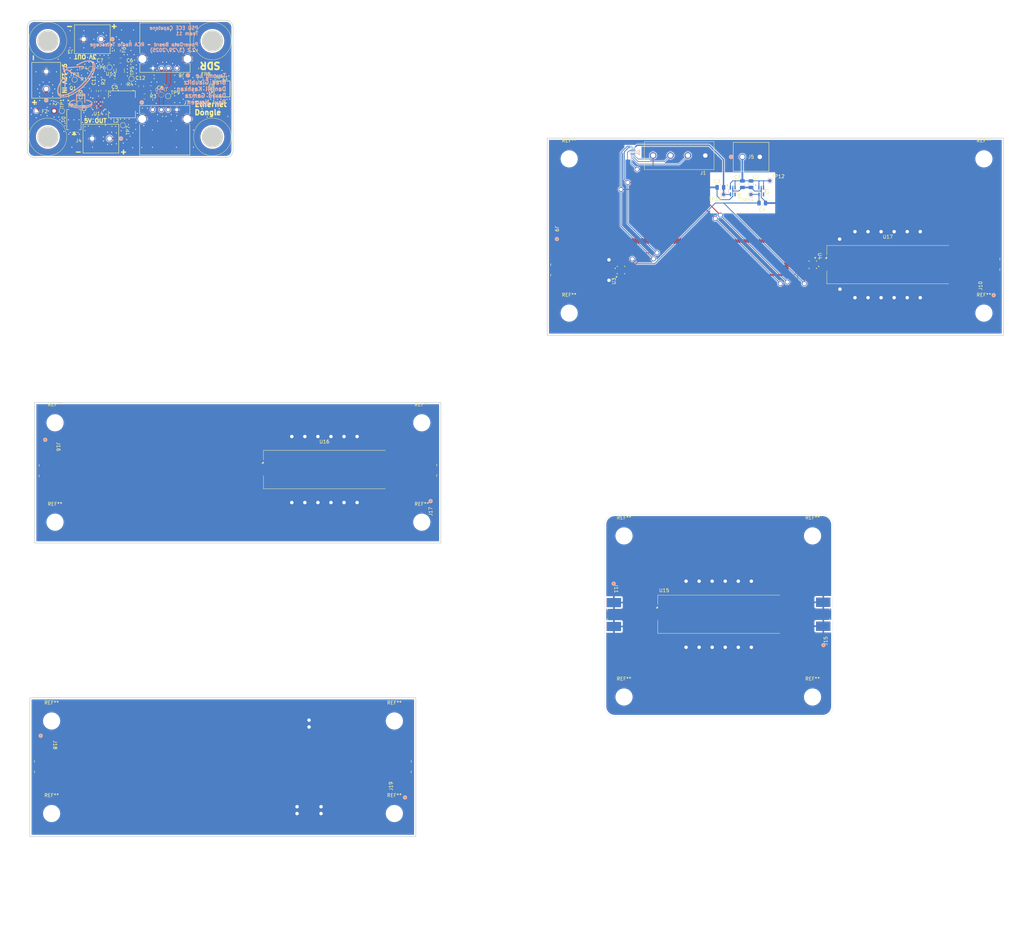
<source format=kicad_pcb>
(kicad_pcb (version 20240108) (generator "pcbnew") (generator_version "8.0")
  (title_block (title "RCA Telescope PCBs") (date "2025-04-29"))
  (layers (0 "F.Cu" jumper) (31 "B.Cu" signal) (34 "B.Paste" user) (35 "F.Paste" user) (36 "B.SilkS" user "B.Silkscreen") (37 "F.SilkS" user "F.Silkscreen") (38 "B.Mask" user) (39 "F.Mask" user) (44 "Edge.Cuts" user))
  (net 0 "")
  (net 1 "/PowerDataDistribute/VOUT_5V")
  (net 2 "Net-(Q1-D)")
  (net 3 "Net-(Q1-G)")
  (net 4 "/PowerDataDistribute/VDD")
  (net 5 "/PowerDataDistribute/USB_D-_IN")
  (net 6 "/PowerDataDistribute/USB_D+_IN")
  (net 7 "Net-(Q1-S)")
  (net 8 "Net-(U14-SS_TR)")
  (net 9 "Net-(L2-Pad1)")
  (net 10 "Net-(U14-PG)")
  (net 11 "Net-(U13-OUT)")
  (net 12 "Net-(U13-BP)")
  (net 13 "Net-(U13-IN)")
  (net 14 "/PowerDataDistribute/USB_5V_IN")
  (net 15 "/PowerDataDistribute/VOUT_3V")
  (net 16 "/RFS_GND")
  (net 17 "/RFSwitchFilter/5V_IN")
  (net 18 "/RFSwitchFilter/+1V8")
  (net 19 "/RFSwitchFilter/+3V3")
  (net 20 "/POWERDATA_GND")
  (net 21 "/RFSwitchFilter/CNTR_V1")
  (net 22 "/RFSwitchFilter/CNTR_V2")
  (net 23 "/RFSwitchFilter/VDD_REF")
  (net 24 "/RFSwitchFilter/ANT")
  (net 25 "/RFSwitchFilter/FILTER_OUT")
  (net 26 "/Matched SMD Filter/SIGNAL_IN")
  (net 27 "/Matched SMD Filter/SIGNAL_OUT")
  (net 28 "/SMDFilter/SIGNAL_IN")
  (net 29 "/SMDFilter/SIGNAL_OUT")
  (net 30 "/SMDFilter/GND")
  (net 31 "/RFSwitchFilter/INT_CTRL_V1")
  (net 32 "/RFSwitchFilter/INT_CTRL_V2")
  (net 33 "/RFSwitchFilter/FILTERA_IN")
  (net 34 "/RFSwitchFilter/FILTERC_IN")
  (net 35 "/RFSwitchFilter/FILTERB_IN")
  (net 36 "/Matched SMD Filter/GND")
  (net 37 "Net-(U17-IN)")
  (net 38 "/Matched Distributive Filter/GND")
  (footprint "MountingHole:MountingHole_4.3mm_M4" (layer "F.Cu") (at 135 256)
    (property "Reference" "REF**")
    (property "Value" "MountingHole_4.3mm_M4")
  )
  (footprint "Library:CONN_AU-Y1005-2_ASM" (layer "F.Cu") (at 71.565001 38.5469 180)
    (property "Reference" "J8")
    (property "Value" "USB_A")
  )
  (footprint "Library:TestPoint_Pad_D1.0mm_Edit" (layer "F.Cu") (at 55.8075 55.1975 90)
    (property "Reference" "TP7")
    (property "Value" "5VOUT")
  )
  (footprint "Library:CONN_142-0711-821_CIN" (layer "F.Cu") (at 140.574951 155.861462 90)
    (property "Reference" "J17")
    (property "Value" "ANT")
  )
  (footprint "Capacitor_SMD:C_0805_2012Metric" (layer "F.Cu") (at 51.7075 36.2975 180)
    (property "Reference" "C7")
    (property "Value" "1 uF")
  )
  (footprint "Library:TestPoint_Pad_4.0x4.0mm_Edit" (layer "F.Cu") (at 84.7075 44.5975)
    (property "Reference" "TP11")
    (property "Value" "GNDCLIP")
  )
  (footprint "Library:TestPoint_Pad_D1.0mm_Edit" (layer "F.Cu") (at 43.1875 48.7975)
    (property "Reference" "TP2")
    (property "Value" "5VBUCKVIN")
  )
  (footprint "Capacitor_SMD:C_0805_2012Metric" (layer "F.Cu") (at 45.0075 46.2975 90)
    (property "Reference" "C10")
    (property "Value" "0.1uF")
  )
  (footprint "MountingHole:MountingHole_4.3mm_M4" (layer "F.Cu") (at 307 65)
    (property "Reference" "REF**")
    (property "Value" "MountingHole_4.3mm_M4")
  )
  (footprint "Library:Kikit_Board_Label" (layer "F.Cu") (at 40.5 136.1)
    (property "Reference" "MSF")
    (property "Value" "Kikit_Board_Label")
  )
  (footprint "Library:Kikit_Board_Label" (layer "F.Cu") (at 38.6 24.6)
    (property "Reference" "PD")
    (property "Value" "Kikit_Board_Label")
  )
  (footprint "Library:TestPoint_Pad_D1.0mm_Edit" (layer "F.Cu") (at 69.0075 46.6975)
    (property "Reference" "TP9")
    (property "Value" "D+USB")
  )
  (footprint "Library:Kikit_Board_Label" (layer "F.Cu") (at 194.3 59)
    (property "Reference" "RFS")
    (property "Value" "Kikit_Board_Label")
  )
  (footprint "Library:PHOENIX_1729144" (layer "F.Cu") (at 228.257835 59.969694 180)
    (property "Reference" "J1")
    (property "Value" "Screw_Terminal_01x04")
  )
  (footprint "Library:CONN_142-0711-821_CIN" (layer "F.Cu") (at 203.992 197.9405 -90)
    (property "Reference" "J11")
    (property "Value" "ANT")
  )
  (footprint "Library:Kikit_Board_Label" (layer "F.Cu") (at 212.529 168.72)
    (property "Reference" "SF")
    (property "Value" "Kikit_Board_Label")
  )
  (footprint "MountingHole:MountingHole_4.3mm_M4" (layer "F.Cu") (at 36 171)
    (property "Reference" "REF**")
    (property "Value" "MountingHole_4.3mm_M4")
  )
  (footprint "Library:RGEF300K-2" (layer "F.Cu") (at 33.4825 55.0125)
    (property "Reference" "F2")
    (property "Value" "RGEF300K-2")
  )
  (footprint "Library:CONN_142-0711-821_CIN" (layer "F.Cu") (at 255.18426 197.8605 90)
    (property "Reference" "J15")
    (property "Value" "ANT")
  )
  (footprint "MountingHole:MountingHole_4.3mm_M4" (layer "F.Cu") (at 135 229)
    (property "Reference" "REF**")
    (property "Value" "MountingHole_4.3mm_M4")
  )
  (footprint "Library:CONN_142-0711-821_CIN" (layer "F.Cu") (at 304.848325 95.764194 90)
    (property "Reference" "J10")
    (property "Value" "FILTER_OUT")
  )
  (footprint "Library:U-DFN2020-6_DIO" (layer "F.Cu") (at 41.1575 46.5925 90)
    (property "Reference" "Q1")
    (property "Value" "DMP4047LFDE-7")
  )
  (footprint "Library:CONN_1729128_PXC" (layer "F.Cu") (at 33.4325 44.6041 90)
    (property "Reference" "J2")
    (property "Value" "9-12V From PoE Splitter")
  )
  (footprint "Library:Kikit_Board_Label" (layer "F.Cu") (at 40.9 222.2)
    (property "Reference" "MDF")
    (property "Value" "Kikit_Board_Label")
  )
  (footprint "MountingHole:MountingHole_4.3mm_M4" (layer "F.Cu") (at 202 175)
    (property "Reference" "REF**")
    (property "Value" "MountingHole_4.3mm_M4")
  )
  (footprint "MountingHole:MountingHole_4.3mm_M4" (layer "F.Cu") (at 202 222)
    (property "Reference" "REF**")
    (property "Value" "MountingHole_4.3mm_M4")
  )
  (footprint "Library:TestPoint_Pad_D1.0mm_Edit" (layer "F.Cu") (at 51.9075 38.2975 -90)
    (property "Reference" "TP6")
    (property "Value" "3VLDOOUT")
  )
  (footprint "Library:IND_CB_DRA73" (layer "F.Cu") (at 55.5075 49.0975)
    (property "Reference" "L2")
    (property "Value" "2.2uH")
  )
  (footprint "Library:TestPoint_Pad_D1.0mm_Edit" (layer "F.Cu") (at 78.4075 41.5975)
    (property "Reference" "TP8")
    (property "Value" "5VUSB")
  )
  (footprint "Capacitor_SMD:C_0805_2012Metric" (layer "F.Cu") (at 61.1075 43.7975 90)
    (property "Reference" "C12")
    (property "Value" "22uF")
  )
  (footprint "Library:CONN_142-0711-821_CIN" (layer "F.Cu") (at 187.414235 97.384404 -90)
    (property "Reference" "J9")
    (property "Value" "ANT")
  )
  (footprint "Capacitor_SMD:C_0805_2012Metric" (layer "F.Cu") (at 47.3075 45.1475 -90)
    (property "Reference" "C11")
    (property "Value" "3.3nF")
  )
  (footprint "Library:CONN_142-0711-821_CIN" (layer "F.Cu") (at 133.101701 242.306982 90)
    (property "Reference" "J19")
    (property "Value" "ANT")
  )
  (footprint "Capacitor_SMD:C_0805_2012Metric" (layer "F.Cu") (at 45.9075 50.1975 -90)
    (property "Reference" "C9")
    (property "Value" "10uF")
  )
  (footprint "MountingHole:MountingHole_4.3mm_M4" (layer "F.Cu") (at 143 171)
    (property "Reference" "REF**")
    (property "Value" "MountingHole_4.3mm_M4")
  )
  (footprint "Resistor_SMD:R_0805_2012Metric" (layer "F.Cu") (at 44.4075 43.3975)
    (property "Reference" "R1")
    (property "Value" "100k")
  )
  (footprint "MountingHole:MountingHole_4.3mm_M4" (layer "F.Cu") (at 35 229)
    (property "Reference" "REF**")
    (property "Value" "MountingHole_4.3mm_M4")
  )
  (footprint "Resistor_SMD:R_0805_2012Metric" (layer "F.Cu") (at 62.1075 46.7975 180)
    (property "Reference" "R3")
    (property "Value" "0")
  )
  (footprint "Resistor_SMD:R_0805_2012Metric" (layer "F.Cu") (at 50.1075 45.0975 -90)
    (property "Reference" "R2")
    (property "Value" "100k")
  )
  (footprint "Library:CONN_1729128_PXC" (layer "F.Cu") (at 51.9141 59.072501 180)
    (property "Reference" "J4")
    (property "Value" "5V Out For Filter Board")
  )
  (footprint "RF_Mini-Circuits:Mini-Circuits_HQ1157" (layer "F.Cu") (at 278.966335 95.864194 90)
    (property "Reference" "U17")
    (property "Value" "BPF-A355")
  )
  (footprint "Library:CONN_142-0711-821_CIN" (layer "F.Cu") (at 36.80796 242.30589 -90)
    (property "Reference" "J18")
    (property "Value" "ANT")
  )
  (footprint "Library:CONN_AU-Y1005-2_ASM" (layer "F.Cu") (at 64.5 50.6481)
    (property "Reference" "J7")
    (property "Value" "USB_A")
  )
  (footprint "Library:RGT0016C" (layer "F.Cu") (at 48.707502 48.947497 180)
    (property "Reference" "U14")
    (property "Value" "TPS62133RGTR")
  )
  (footprint "Library:SOT65P210X110-5N" (layer "F.Cu") (at 55.0575 39.2675 90)
    (property "Reference" "U13")
    (property "Value" "MAX8510EXK30T")
  )
  (footprint "MountingHole:MountingHole_4.3mm_M4" (layer "F.Cu") (at 257 222)
    (property "Reference" "REF**")
    (property "Value" "MountingHole_4.3mm_M4")
  )
  (footprint "Library:TestPoint_Pad_D1.0mm_Edit" (layer "F.Cu") (at 58.3075 41.5975 90)
    (property "Reference" "TP5")
    (property "Value" "3VLDOIN")
  )
  (footprint "Capacitor_SMD:C_0805_2012Metric" (layer "F.Cu") (at 55.1075 36.2975)
    (property "Reference" "C6")
    (property "Value" "10 nf")
  )
  (footprint "MountingHole:MountingHole_4.3mm_M4" (layer "F.Cu") (at 186 65)
    (property "Reference" "REF**")
    (property "Value" "MountingHole_4.3mm_M4")
  )
  (footprint "MountingHole:MountingHole_4.3mm_M4" (layer "F.Cu") (at 186 110)
    (property "Reference" "REF**")
    (property "Value" "MountingHole_4.3mm_M4")
  )
  (footprint "Library:SMB_DIO" (layer "F.Cu") (at 41.5075 53.5547 -90)
    (property "Reference" "D1")
    (property "Value" "SMBJ12A-13-F")
  )
  (footprint "RF_Mini-Circuits:Mini-Circuits_HQ1157" (layer "F.Cu") (at 229.625 197.8605 90)
    (property "Reference" "U15")
    (property "Value" "BPF-A1340+")
  )
  (footprint "Library:CONN_1729128_PXC" (layer "F.Cu") (at 49.4141 30.072501 180)
    (property "Reference" "J3")
    (property "Value" "3V Out For LNA")
  )
  (footprint "Library:CONN_1729128_PXC" (layer "F.Cu") (at 236.530335 64.419694)
    (property "Reference" "J5")
    (property "Value" "5V From SDR")
  )
  (footprint "Library:QFN12_SKY" (layer "F.Cu") (at 257.091235 95.874404 -90)
    (property "Reference" "U4")
    (property "Value" "SKY13588-460LF")
  )
  (footprint "Library:TestPoint_Pad_D1.0mm_Edit" (layer "F.Cu") (at 41.7075 41.8975)
    (property "Reference" "TP3")
    (property "Value" "G_PMOS")
  )
  (footprint "RF_Mini-Circuits:Mini-Circuits_HQ1157" (layer "F.Cu") (at 114.589731 155.640672 90)
    (property "Reference" "U16")
    (property "Value" "BPF-A1340+")
  )
  (footprint "Library:0ZCK_BEL" (layer "F.Cu") (at 54.1575 33.3975 90)
    (property "Reference" "F3")
    (property "Value" "0ZCK0020FF2G")
  )
  (footprint "MountingHole:MountingHole_4.3mm_M4" (layer "F.Cu") (at 35 256)
    (property "Reference" "REF**")
    (property "Value" "MountingHole_4.3mm_M4")
  )
  (footprint "Capacitor_SMD:C_0805_2012Metric" (layer "F.Cu") (at 53.4075 42.3975 180)
    (property "Reference" "C5")
    (property "Value" "1 uF")
  )
  (footprint "Library:QFN12_SKY" (layer "F.Cu") (at 201.111235 97.434404 90)
    (property "Reference" "U3")
    (property "Value" "SKY13588-460LF")
  )
  (footprint "MountingHole:MountingHole_4.3mm_M4" (layer "F.Cu") (at 36 142)
    (property "Reference" "REF**")
    (property "Value" "MountingHole_4.3mm_M4")
  )
  (footprint "Library:TestPoint_Pad_D1.0mm_Edit" (layer "F.Cu") (at 46.5075 38.7975 90)
    (property "Reference" "TP4")
    (property "Value" "5VBUCKVOUT")
  )
  (footprint "Library:CONN_142-0711-821_CIN" (layer "F.Cu") (at 38.136731 155.970672 -90)
    (property "Reference" "J16")
    (property "Value" "ANT")
  )
  (footprint "MountingHole:MountingHole_4.3mm_M4" (layer "F.Cu") (at 257 175)
    (property "Reference" "REF**")
    (property "Value" "MountingHole_4.3mm_M4")
  )
  (footprint "MountingHole:MountingHole_4.3mm_M4" (layer "F.Cu") (at 143 142)
    (property "Reference" "REF**")
    (property "Value" "MountingHole_4.3mm_M4")
  )
  (footprint "Library:TestPoint_Pad_D1.0mm_Edit" (layer "F.Cu") (at 38.0075 50.9975 180)
    (property "Reference" "TP1")
    (property "Value" "PROCTVIN")
  )
  (footprint "Resistor_SMD:R_0805_2012Metric" (layer "F.Cu") (at 56.0575 43.2475 -90)
    (property "Reference" "R4")
    (property "Value" "0")
  )
  (footprint "Capacitor_SMD:C_0805_2012Metric" (layer "F.Cu") (at 63.9575 44.3975)
    (property "Reference" "C8")
    (property "Value" "10 uF")
  )
  (footprint "MountingHole:MountingHole_4.3mm_M4" (layer "F.Cu") (at 307 110)
    (property "Reference" "REF**")
    (property "Value" "MountingHole_4.3mm_M4")
  )
  (footprint "Capacitor_SMD:C_0805_2012Metric" (layer "B.Cu") (at 236.536935 72.394694 -90)
    (property "Reference" "C1")
    (property "Value" "1 uF")
  )
  (footprint "Library:TestPoint_Pad_D1.0mm_Edit" (layer "B.Cu") (at 239.036935 75.394694 180)
    (property "Reference" "TP14")
    (property "Value" "FCTRL_3V3")
  )
  (footprint "Library:TestPoint_Pad_D1.0mm_Edit" (layer "B.Cu") (at 244.536935 71.394694 180)
    (property "Reference" "TP12")
    (property "Value" "FCTRL_VIN")
  )
  (footprint "Capacitor_SMD:C_0805_2012Metric" (layer "B.Cu") (at 239.036935 72.394694 -90)
    (property "Reference" "C2")
    (property "Value" "1 uF")
  )
  (footprint "Capacitor_SMD:C_0805_2012Metric" (layer "B.Cu") (at 230.110335 73.319694)
    (property "Reference" "C3")
    (property "Value" "1 uF")
  )
  (footprint "Library:SON35P140X100X40-8N" (layer "B.Cu") (at 204.610335 63.044694 90)
    (property "Reference" "U5")
    (property "Value" "SN74AVC2T244DQER")
  )
  (footprint "Library:dish" (layer "B.Cu") (at 42.295359 43.23995 180)
    (property "Reference" "G***" (hide yes))
    (property "Value" "LOGO" (hide yes))
  )
  (footprint "Library:TestPoint_Pad_D1.0mm_Edit" (layer "B.Cu") (at 67.0075 46.2975 180)
    (property "Reference" "TP10")
    (property "Value" "D-USB")
  )
  (footprint "Library:SOT65P210X110-5N" (layer "B.Cu") (at 242.036935 74.394694 -90)
    (property "Reference" "U7")
    (property "Value" "MIC5365-3.3YC5-TR")
  )
  (footprint "Capacitor_SMD:C_0805_2012Metric" (layer "B.Cu") (at 242.336935 77.894694 180)
    (property "Reference" "C4")
    (property "Value" "1 uF")
  )
  (footprint "Library:TestPoint_Pad_D1.0mm_Edit" (layer "B.Cu") (at 231.036935 75.394694 180)
    (property "Reference" "TP13")
    (property "Value" "FCTRL_1V8")
  )
  (footprint "Library:SOT65P210X110-5N" (layer "B.Cu") (at 233.724435 74.394694 -90)
    (property "Reference" "U6")
    (property "Value" "MIC5365-1.8YC5-TR")
  )
  (gr_poly (pts (xy 73.626171 241.147572) (xy 60.651271 241.147572) (xy 60.651271 243.537382) (xy 73.626171 243.537382)) (fill solid) (layer "F.Cu") (net 38))
  (gr_rect (start 114.843731 160.770672) (end 118.163731 166.770672) (fill solid) (layer "F.Cu") (net 36))
  (gr_poly (pts (xy 76.335361 243.707572) (xy 73.644361 243.707572) (xy 73.644361 261.805372) (xy 76.335361 261.805372)) (fill solid) (layer "F.Cu") (net 38))
  (gr_poly (pts (xy 96.529021 154.377872) (xy 96.523731 156.900672) (xy 96.813731 156.900672) (xy 96.813731 154.370672)) (fill solid) (layer "F.Cu") (net 26))
  (gr_poly (pts (xy 44.659293 240.68467) (xy 34.658451 240.684682) (xy 34.658451 244.000272) (xy 44.659293 244.00026)) (fill solid) (layer "F.Cu") (net 38))
  (gr_poly (pts (xy 94.82992 243.927353) (xy 92.82652 243.927353) (xy 92.824801 254.416292) (xy 94.828201 254.416292)) (fill solid) (layer "F.Cu") (net 38))
  (gr_poly (pts (xy 246.655595 109.093424) (xy 244.516585 109.093424) (xy 244.516585 115.068064) (xy 246.655595 115.068064)) (fill solid) (layer "F.Cu") (net 33))
  (gr_poly (pts (xy 73.625881 240.978492) (xy 73.625881 243.708992) (xy 76.353841 243.708992) (xy 76.353841 241.069932) (xy 74.989861 241.069932) (xy 74.989861 240.978492)) (fill solid) (layer "F.Cu") (net 38))
  (gr_poly (pts (xy 256.365855 95.276104) (xy 255.781655 95.276104) (xy 255.781655 95.479304) (xy 256.365855 95.479304)) (fill solid) (layer "F.Cu") (net 32))
  (gr_poly (pts (xy 201.214835 98.161544) (xy 201.011635 98.161544) (xy 201.011635 98.745744) (xy 201.214835 98.745744)) (fill solid) (layer "F.Cu") (net 16))
  (gr_rect (start 103.414066 144.510366) (end 106.734066 150.510366) (fill solid) (layer "F.Cu") (net 36))
  (gr_rect (start 111.033731 160.770672) (end 114.353731 166.770672) (fill solid) (layer "F.Cu") (net 36))
  (gr_rect (start 222.25 203) (end 225.57 209) (fill solid) (layer "F.Cu") (net 30))
  (gr_poly (pts (xy 111.967181 242.842852) (xy 115.284421 242.842852) (xy 115.284421 257.231952) (xy 111.967181 257.231952)) (fill solid) (layer "F.Cu") (net 38))
  (gr_poly (pts (xy 53.9075 41.7475) (xy 56.7075 41.7475) (xy 56.7075 43.0475) (xy 53.9075 43.0475)) (stroke (width 0.2)) (fill solid) (layer "F.Cu") (net 13))
  (gr_poly (pts (xy 256.690975 94.569984) (xy 256.487775 94.569984) (xy 256.487775 95.154184) (xy 256.690975 95.154184)) (fill solid) (layer "F.Cu") (net 34))
  (gr_poly (pts (xy 201.342085 91.630504) (xy 199.868375 91.630504) (xy 199.868375 93.130504) (xy 201.342085 93.130504)) (fill solid) (layer "F.Cu") (net 35))
  (gr_rect (start 229.869 186.72) (end 233.189 192.72) (fill solid) (layer "F.Cu") (net 30))
  (gr_poly (pts (xy 256.931515 104.486054) (xy 254.931515 104.486054) (xy 254.931515 105.537794) (xy 256.931515 105.537794)) (fill solid) (layer "F.Cu") (net 33))
  (gr_poly (pts (xy 201.270715 89.629684) (xy 199.855935 89.629684) (xy 199.858475 89.629684) (xy 199.859195 89.584394) (xy 199.861375 89.539144) (xy 199.864995 89.493984) (xy 199.870065 89.448974) (xy 199.876565 89.404144) (xy 199.884505 89.359544) (xy 199.893865 89.315224) (xy 199.904635 89.271224) (xy 199.916815 89.227584) (xy 199.930385 89.184364) (xy 199.945325 89.141604) (xy 199.961635 89.099344) (xy 199.979285 89.057624) (xy 199.998265 89.016484) (xy 200.018555 88.975984) (xy 200.040125 88.936144) (xy 200.062955 88.897024) (xy 200.087035 88.858654) (xy 200.112325 88.821074) (xy 200.138805 88.784314) (xy 200.166455 88.748434) (xy 200.195235 88.713454) (xy 200.225125 88.679404) (xy 200.256085 88.646334) (xy 200.288085 88.614274) (xy 200.321095 88.583254) (xy 200.355085 88.553314) (xy 200.390015 88.524464) (xy 200.425855 88.496754) (xy 200.462555 88.470214) (xy 200.500095 88.444854) (xy 200.538425 88.420704) (xy 200.577505 88.397794) (xy 200.617305 88.376154) (xy 200.657765 88.355794) (xy 200.698865 88.336744) (xy 200.740555 88.319024) (xy 200.782795 88.302634) (xy 200.825525 88.287614) (xy 200.868725 88.273974) (xy 200.912335 88.261714) (xy 200.956315 88.250864) (xy 201.000615 88.241424) (xy 201.045205 88.233404) (xy 201.090025 88.226814) (xy 201.135035 88.221674) (xy 201.180175 88.217964) (xy 201.225425 88.215714) (xy 201.270715 88.214904)) (fill solid) (layer "F.Cu") (net 35))
  (gr_rect (start 103.413731 160.770672) (end 106.733731 166.770672) (fill solid) (layer "F.Cu") (net 36))
  (gr_poly (pts (xy 200.389335 97.336044) (xy 199.805135 97.336044) (xy 199.805135 97.539244) (xy 200.389335 97.539244)) (fill solid) (layer "F.Cu") (net 24))
  (gr_poly (pts (xy 60.702641 244.791532) (xy 55.733841 244.791532) (xy 55.733841 253.507822) (xy 60.702641 253.507822)) (fill solid) (layer "F.Cu") (net 38))
  (gr_poly (pts (xy 202.498929 104.399388) (xy 201.272415 104.399364) (xy 201.272415 105.624484) (xy 202.498929 105.624508)) (fill solid) (layer "F.Cu") (net 33))
  (gr_poly (pts (xy 250.086975 93.970544) (xy 250.086975 94.905264) (xy 250.666095 94.536964) (xy 250.666095 94.336304)) (fill solid) (layer "F.Cu") (net 34))
  (gr_poly (pts (xy 247.399 199.52248) (xy 257.67426 199.52502) (xy 262.3993 198.86462) (xy 262.3993 196.8631) (xy 257.6749 196.2027) (xy 247.399 196.2005)) (fill solid) (layer "F.Cu") (net 29))
  (gr_poly (pts (xy 200.714455 96.129544) (xy 200.511255 96.129544) (xy 200.511255 96.713744) (xy 200.714455 96.713744)) (fill solid) (layer "F.Cu") (net 35))
  (gr_poly (pts (xy 258.397855 95.276104) (xy 257.813655 95.276104) (xy 257.813655 95.479304) (xy 258.397855 95.479304)) (fill solid) (layer "F.Cu") (net 16))
  (gr_rect (start 122.463731 160.770672) (end 125.783731 166.770672) (fill solid) (layer "F.Cu") (net 36))
  (gr_poly (pts (xy 296.741335 94.599694) (xy 297.011335 94.599694) (xy 297.001335 97.129694) (xy 296.741335 97.129694)) (fill solid) (layer "F.Cu") (net 25))
  (gr_poly (pts (xy 58.4075 50.7975) (xy 59.9075 50.7975) (xy 60.8075 48.7975) (xy 61.9075 48.7975) (xy 61.9075 44.1975) (xy 60.3075 44.1975) (xy 58.4075 47.2975)) (stroke (width 0.2)) (fill solid) (layer "F.Cu") (net 1))
  (gr_poly (pts (xy 199.805835 97.335264) (xy 198.305352 97.335188) (xy 198.305352 97.535188) (xy 199.805835 97.535264)) (fill solid) (layer "F.Cu") (net 24))
  (gr_poly (pts (xy 75.155211 154.440292) (xy 62.180311 154.440292) (xy 62.180311 156.830052) (xy 75.155211 156.830052)) (fill solid) (layer "F.Cu") (net 26))
  (gr_rect (start 286.77 101) (end 290.09 107) (fill solid) (layer "F.Cu") (net 16))
  (gr_poly (pts (xy 256.690975 96.601984) (xy 256.487775 96.601984) (xy 256.487775 97.186184) (xy 256.690975 97.186184)) (fill solid) (layer "F.Cu") (net 16))
  (gr_poly (pts (xy 201.720295 98.745744) (xy 201.522175 98.745744) (xy 201.522305 98.753554) (xy 201.522695 98.761354) (xy 201.523345 98.769134) (xy 201.524265 98.776894) (xy 201.525435 98.784614) (xy 201.526855 98.792294) (xy 201.528545 98.799914) (xy 201.530475 98.807484) (xy 201.532665 98.814974) (xy 201.535105 98.822394) (xy 201.537785 98.829734) (xy 201.540715 98.836974) (xy 201.543885 98.844104) (xy 201.547295 98.851134) (xy 201.550925 98.858044) (xy 201.554795 98.864834) (xy 201.558885 98.871484) (xy 201.563195 98.877994) (xy 201.567725 98.884354) (xy 201.572465 98.890564) (xy 201.577405 98.896614) (xy 201.582545 98.902494) (xy 201.587885 98.908194) (xy 201.593405 98.913714) (xy 201.599105 98.919054) (xy 201.604985 98.924194) (xy 201.611035 98.929134) (xy 201.617245 98.933874) (xy 201.623605 98.938404) (xy 201.630115 98.942714) (xy 201.636765 98.946804) (xy 201.643555 98.950674) (xy 201.650465 98.954304) (xy 201.657495 98.957714) (xy 201.664625 98.960884) (xy 201.671865 98.963814) (xy 201.679205 98.966494) (xy 201.686625 98.968934) (xy 201.694115 98.971124) (xy 201.701685 98.973054) (xy 201.709305 98.974744) (xy 201.716985 98.976164) (xy 201.724705 98.977334) (xy 201.732465 98.978254) (xy 201.740245 98.978904) (xy 201.748045 98.979294) (xy 201.755855 98.979424) (xy 201.755855 98.778764) (xy 201.755855 98.781304) (xy 201.754665 98.781284) (xy 201.753475 98.781224) (xy 201.752295 98.781124) (xy 201.751115 98.780984) (xy 201.749945 98.780804) (xy 201.748775 98.780594) (xy 201.747615 98.780334) (xy 201.746465 98.780044) (xy 201.745315 98.779704) (xy 201.744195 98.779334) (xy 201.743075 98.778924) (xy 201.741975 98.778484) (xy 201.740885 98.778004) (xy 201.739815 98.777484) (xy 201.738765 98.776924) (xy 201.737735 98.776344) (xy 201.736725 98.775714) (xy 201.735725 98.775064) (xy 201.734765 98.774374) (xy 201.733815 98.773654) (xy 201.732895 98.772904) (xy 201.732005 98.772114) (xy 201.731135 98.771304) (xy 201.730295 98.770464) (xy 201.729485 98.769594) (xy 201.728695 98.768704) (xy 201.727945 98.767784) (xy 201.727225 98.766834) (xy 201.726535 98.765874) (xy 201.725885 98.764874) (xy 201.725255 98.763864) (xy 201.724675 98.762834) (xy 201.724115 98.761784) (xy 201.723595 98.760714) (xy 201.723115 98.759624) (xy 201.722675 98.758524) (xy 201.722265 98.757404) (xy 201.721895 98.756284) (xy 201.721555 98.755134) (xy 201.721265 98.753984) (xy 201.721005 98.752824) (xy 201.720795 98.751654) (xy 201.720615 98.750484) (xy 201.720475 98.749304) (xy 201.720375 98.748124) (xy 201.720315 98.746934)) (fill solid) (layer "F.Cu") (net 34))
  (gr_poly (pts (xy 218.944335 88.214224) (xy 203.271925 88.214224) (xy 203.271925 89.714194) (xy 218.944335 89.714194)) (fill solid) (layer "F.Cu") (net 35))
  (gr_rect (start 111.034066 144.510366) (end 114.354066 150.510366) (fill solid) (layer "F.Cu") (net 36))
  (gr_poly (pts (xy 201.270715 89.713504) (xy 201.270715 89.629684) (xy 201.354535 89.629684) (xy 201.354485 89.632484) (xy 201.354345 89.635284) (xy 201.354115 89.638074) (xy 201.353785 89.640854) (xy 201.353365 89.643624) (xy 201.352855 89.646384) (xy 201.352255 89.649114) (xy 201.351555 89.651824) (xy 201.350775 89.654514) (xy 201.349895 89.657184) (xy 201.348935 89.659814) (xy 201.347885 89.662404) (xy 201.346745 89.664964) (xy 201.345525 89.667484) (xy 201.344225 89.669964) (xy 201.342835 89.672404) (xy 201.341365 89.674784) (xy 201.339815 89.677124) (xy 201.338195 89.679404) (xy 201.336495 89.681634) (xy 201.334725 89.683804) (xy 201.332885 89.685914) (xy 201.330965 89.687954) (xy 201.328985 89.689934) (xy 201.326945 89.691854) (xy 201.324835 89.693694) (xy 201.322665 89.695464) (xy 201.320435 89.697164) (xy 201.318155 89.698784) (xy 201.315815 89.700334) (xy 201.313435 89.701804) (xy 201.310995 89.703194) (xy 201.308515 89.704494) (xy 201.305995 89.705714) (xy 201.303435 89.706854) (xy 201.300845 89.707904) (xy 201.298215 89.708864) (xy 201.295545 89.709744) (xy 201.292855 89.710524) (xy 201.290145 89.711224) (xy 201.287415 89.711824) (xy 201.284655 89.712334) (xy 201.281885 89.712754) (xy 201.279105 89.713084) (xy 201.276315 89.713314) (xy 201.273515 89.713454)) (fill solid) (layer "F.Cu") (net 35))
  (gr_poly (pts (xy 94.184612 154.299677) (xy 77.883741 154.299682) (xy 77.883741 156.970672) (xy 94.184612 156.970667)) (fill solid) (layer "F.Cu") (net 26))
  (gr_poly (pts (xy 256.482695 94.569984) (xy 256.680815 94.569984) (xy 256.680575 94.559504) (xy 256.679875 94.549034) (xy 256.678705 94.538614) (xy 256.677055 94.528254) (xy 256.674955 94.517984) (xy 256.672395 94.507814) (xy 256.669375 94.497774) (xy 256.665915 94.487874) (xy 256.662015 94.478144) (xy 256.657675 94.468594) (xy 256.652915 94.459254) (xy 256.647735 94.450134) (xy 256.642155 94.441254) (xy 256.636185 94.432634) (xy 256.629835 94.424284) (xy 256.623115 94.416234) (xy 256.616035 94.408494) (xy 256.608625 94.401084) (xy 256.600885 94.394004) (xy 256.592835 94.387284) (xy 256.584485 94.380934) (xy 256.575865 94.374964) (xy 256.566985 94.369384) (xy 256.557865 94.364204) (xy 256.548525 94.359444) (xy 256.538975 94.355104) (xy 256.529245 94.351204) (xy 256.519345 94.347744) (xy 256.509305 94.344724) (xy 256.499135 94.342164) (xy 256.488865 94.340064) (xy 256.478505 94.338414) (xy 256.468085 94.337244) (xy 256.457615 94.336544) (xy 256.447135 94.336304) (xy 256.447135 94.536964) (xy 256.447135 94.534424) (xy 256.448735 94.534464) (xy 256.450325 94.534564) (xy 256.451905 94.534744) (xy 256.453485 94.534994) (xy 256.455045 94.535314) (xy 256.456595 94.535704) (xy 256.458125 94.536164) (xy 256.459625 94.536694) (xy 256.461115 94.537284) (xy 256.462565 94.537944) (xy 256.463985 94.538674) (xy 256.465375 94.539454) (xy 256.466725 94.540304) (xy 256.468035 94.541214) (xy 256.469305 94.542184) (xy 256.470535 94.543204) (xy 256.471705 94.544284) (xy 256.472835 94.545414) (xy 256.473915 94.546584) (xy 256.474935 94.547814) (xy 256.475905 94.549084) (xy 256.476815 94.550394) (xy 256.477665 94.551744) (xy 256.478445 94.553134) (xy 256.479175 94.554554) (xy 256.479835 94.556004) (xy 256.480425 94.557494) (xy 256.480955 94.558994) (xy 256.481415 94.560524) (xy 256.481805 94.562074) (xy 256.482125 94.563634) (xy 256.482375 94.565214) (xy 256.482555 94.566794) (xy 256.482655 94.568384)) (fill solid) (layer "F.Cu") (net 34))
  (gr_poly (pts (xy 94.184601 154.050212) (xy 94.184601 157.220132) (xy 96.529021 157.220132) (xy 96.529021 154.377872) (xy 95.355541 154.377872) (xy 95.355541 154.050212)) (fill solid) (layer "F.Cu") (net 26))
  (gr_poly (pts (xy 108.316081 224.041002) (xy 105.001081 224.041002) (xy 105.001081 227.562992) (xy 108.316081 227.562992)) (fill solid) (layer "F.Cu") (net 38))
  (gr_rect (start 271.530335 84.739694) (end 274.850335 90.739694) (fill solid) (layer "F.Cu") (net 16))
  (gr_poly (pts (xy 62.231721 158.081712) (xy 57.262841 158.081712) (xy 57.262841 166.797952) (xy 62.231721 166.797952)) (fill solid) (layer "F.Cu") (net 26))
  (gr_poly (pts (xy 238.357985 98.564654) (xy 215.601859 98.564654) (xy 215.601859 99.196074) (xy 238.357985 99.196074)) (fill solid) (layer "F.Cu") (net 34))
  (gr_poly (pts (xy 260.897915 94.215214) (xy 259.397915 94.215214) (xy 259.397915 97.530804) (xy 260.897915 97.530804)) (fill solid) (layer "F.Cu") (net 37))
  (gr_poly (pts (xy 202.421335 97.836424) (xy 201.837135 97.836424) (xy 201.837135 98.039624) (xy 202.421335 98.039624)) (fill solid) (layer "F.Cu") (net 31))
  (gr_poly (pts (xy 215.601935 98.130404) (xy 203.693325 98.130404) (xy 203.693325 99.630324) (xy 215.601935 99.630324)) (fill solid) (layer "F.Cu") (net 34))
  (gr_rect (start 237.489 186.72) (end 240.809 192.72) (fill solid) (layer "F.Cu") (net 30))
  (gr_poly (pts (xy 261.190335 94.599694) (xy 260.890335 94.599694) (xy 260.890335 97.119694) (xy 261.190335 97.119694)) (fill solid) (layer "F.Cu") (net 37))
  (gr_rect (start 271.53 101) (end 274.85 107) (fill solid) (layer "F.Cu") (net 16))
  (gr_poly (pts (xy 111.799541 244.501472) (xy 111.799541 240.186012) (xy 108.484841 240.186012) (xy 108.484841 244.501472)) (fill solid) (layer "F.Cu") (net 38))
  (gr_poly (pts (xy 258.397855 96.276864) (xy 257.813655 96.276864) (xy 257.813655 96.480064) (xy 258.397855 96.480064)) (fill solid) (layer "F.Cu") (net 16))
  (gr_poly (pts (xy 115.283301 224.041002) (xy 111.968301 224.041002) (xy 111.968301 227.562992) (xy 115.283301 227.562992)) (fill solid) (layer "F.Cu") (net 38))
  (gr_poly (pts (xy 201.715215 98.161544) (xy 201.512015 98.161544) (xy 201.512015 98.745744) (xy 201.715215 98.745744)) (fill solid) (layer "F.Cu") (net 34))
  (gr_poly (pts (xy 201.214835 96.129544) (xy 201.011635 96.129544) (xy 201.011635 96.713744) (xy 201.214835 96.713744)) (fill solid) (layer "F.Cu") (net 16))
  (gr_poly (pts (xy 201.341493 103.245306) (xy 199.868903 103.245306) (xy 199.868935 104.344304) (xy 201.341525 104.344304)) (fill solid) (layer "F.Cu") (net 33))
  (gr_poly (pts (xy 41.7675 46.2375) (xy 41.7675 46.949269) (xy 41.6975 47.0775) (xy 41.6925 48.9675) (xy 42.7075 49.7175) (xy 47.5125 49.7175) (xy 47.5125 49.1775) (xy 46.9075 49.1775) (xy 45.9075 48.1975) (xy 43.9075 48.1975) (xy 42.6075 46.2375)) (stroke (width 0.2)) (fill solid) (layer "F.Cu") (net 7))
  (gr_poly (pts (xy 196.84568 198.94322) (xy 201.839 199.56298) (xy 211.849 199.56298) (xy 211.849 196.2432) (xy 201.84694 196.2432) (xy 196.84568 196.9417)) (fill solid) (layer "F.Cu") (net 28))
  (gr_poly (pts (xy 200.710335 98.745044) (xy 200.510335 98.745044) (xy 200.510334 100.245776) (xy 200.710334 100.245776)) (fill solid) (layer "F.Cu") (net 33))
  (gr_poly (pts (xy 254.931518 88.492289) (xy 218.944095 88.492194) (xy 218.944095 89.436214) (xy 254.931518 89.436309)) (fill solid) (layer "F.Cu") (net 35))
  (gr_poly (pts (xy 222.546005 104.332974) (xy 210.150295 104.332974) (xy 210.150295 105.690884) (xy 222.546005 105.690884)) (fill solid) (layer "F.Cu") (net 33))
  (gr_poly (pts (xy 202.421335 96.835664) (xy 201.837135 96.835664) (xy 201.837135 97.038864) (xy 202.421335 97.038864)) (fill solid) (layer "F.Cu") (net 19))
  (gr_poly (pts (xy 200.711242 93.1305) (xy 200.511242 93.1305) (xy 200.511243 96.13094) (xy 200.711243 96.13094)) (fill solid) (layer "F.Cu") (net 35))
  (gr_poly (pts (xy 203.271975 88.450584) (xy 201.270645 88.45057) (xy 201.270645 89.47785) (xy 203.271975 89.477864)) (fill solid) (layer "F.Cu") (net 35))
  (gr_poly (pts (xy 258.009235 90.630063) (xy 257.186275 90.630063) (xy 257.498695 91.826784) (xy 257.696815 91.826784)) (fill solid) (layer "F.Cu") (net 35))
  (gr_rect (start 122.464066 144.510366) (end 125.784066 150.510366) (fill solid) (layer "F.Cu") (net 36))
  (gr_poly (pts (xy 257.691735 96.601984) (xy 257.488535 96.601984) (xy 257.488535 97.186184) (xy 257.691735 97.186184)) (fill solid) (layer "F.Cu") (net 33))
  (gr_poly (pts (xy 108.484841 227.562212) (xy 111.799541 227.562212) (xy 111.799541 241.842092) (xy 108.484841 241.842092)) (fill solid) (layer "F.Cu") (net 38))
  (gr_poly (pts (xy 201.715215 96.129544) (xy 201.512015 96.129544) (xy 201.512015 96.713744) (xy 201.715215 96.713744)) (fill solid) (layer "F.Cu") (net 16))
  (gr_poly (pts (xy 203.255155 98.780364) (xy 201.755155 98.780364) (xy 201.755155 98.980364) (xy 203.255155 98.980364)) (fill solid) (layer "F.Cu") (net 34))
  (gr_rect (start 222.249 186.72) (end 225.569 192.72) (fill solid) (layer "F.Cu") (net 30))
  (gr_rect (start 233.68 203) (end 237 209) (fill solid) (layer "F.Cu") (net 30))
  (gr_poly (pts (xy 111.967181 227.562212) (xy 115.284421 227.562212) (xy 115.284421 241.842092) (xy 111.967181 241.842092)) (fill solid) (layer "F.Cu") (net 38))
  (gr_rect (start 229.87 203) (end 233.19 209) (fill solid) (layer "F.Cu") (net 30))
  (gr_rect (start 226.059 186.72) (end 229.379 192.72) (fill solid) (layer "F.Cu") (net 30))
  (gr_rect (start 114.844066 144.510366) (end 118.164066 150.510366) (fill solid) (layer "F.Cu") (net 36))
  (gr_poly (pts (xy 92.655701 241.007352) (xy 76.353824 241.007038) (xy 76.353824 243.678028) (xy 92.655701 243.678342)) (fill solid) (layer "F.Cu") (net 38))
  (gr_poly (pts (xy 92.655561 240.757512) (xy 92.655561 243.927432) (xy 94.999981 243.927432) (xy 94.999981 241.085172) (xy 93.826501 241.085172) (xy 93.826501 240.757512)) (fill solid) (layer "F.Cu") (net 38))
  (gr_poly (pts (xy 202.421335 97.336044) (xy 201.837135 97.336044) (xy 201.837135 97.539244) (xy 202.421335 97.539244)) (fill solid) (layer "F.Cu") (net 32))
  (gr_poly (pts (xy 142.655001 154.359842) (xy 142.655001 157.677082) (xy 147.653721 157.019222) (xy 147.653721 155.017702)) (fill solid) (layer "F.Cu") (net 27))
  (gr_poly (pts (xy 104.999961 227.562212) (xy 108.314661 227.562212) (xy 108.314661 241.842092) (xy 104.999961 241.842092)) (fill solid) (layer "F.Cu") (net 38))
  (gr_poly (pts (xy 55.784921 240.754972) (xy 55.784921 244.791032) (xy 60.651561 244.791032) (xy 60.651561 239.896452) (xy 58.218241 239.896452) (xy 58.218241 240.754972)) (fill solid) (layer "F.Cu") (net 38))
  (gr_poly (pts (xy 307.001357 94.207002) (xy 307.001357 97.521702) (xy 312.001325 96.864194) (xy 312.001325 94.865214)) (fill solid) (layer "F.Cu") (net 25))
  (gr_poly (pts (xy 248.755325 98.629744) (xy 238.357935 98.629744) (xy 238.357935 99.130984) (xy 248.755325 99.130984)) (fill solid) (layer "F.Cu") (net 34))
  (gr_poly (pts (xy 257.191355 94.569984) (xy 256.988155 94.569984) (xy 256.988155 95.154184) (xy 257.191355 95.154184)) (fill solid) (layer "F.Cu") (net 16))
  (gr_poly (pts (xy 258.089155 89.630064) (xy 257.106355 89.630064) (xy 257.106355 90.630064) (xy 258.089155 90.630064)) (fill solid) (layer "F.Cu") (net 35))
  (gr_poly (pts (xy 104.999961 242.842852) (xy 108.314661 242.842852) (xy 108.314661 257.231952) (xy 104.999961 257.231952)) (fill solid) (layer "F.Cu") (net 38))
  (gr_poly (pts (xy 135.283121 240.684682) (xy 125.283111 240.684682) (xy 125.283111 244.000272) (xy 135.283121 244.000272)) (fill solid) (layer "F.Cu") (net 38))
  (gr_poly (pts (xy 259.398235 95.773004) (xy 258.398235 95.773004) (xy 258.398235 95.973004) (xy 259.398235 95.973004)) (fill solid) (layer "F.Cu") (net 37))
  (gr_poly (pts (xy 250.023105 95.103244) (xy 248.819885 95.103244) (xy 248.819885 98.212484) (xy 250.023105 98.212484)) (fill solid) (layer "F.Cu") (net 34))
  (gr_poly (pts (xy 57.313961 154.045132) (xy 57.313961 158.081192) (xy 62.180601 158.081192) (xy 62.180601 153.189152) (xy 59.747281 153.189152) (xy 59.747281 154.045132)) (fill solid) (layer "F.Cu") (net 26))
  (gr_rect (start 218.44 203) (end 221.76 209) (fill solid) (layer "F.Cu") (net 30))
  (gr_poly (pts (xy 201.352105 100.245494) (xy 199.858355 100.245494) (xy 199.858355 103.245484) (xy 201.352105 103.245484)) (fill solid) (layer "F.Cu") (net 33))
  (gr_poly (pts (xy 257.690402 97.186177) (xy 257.490402 97.186177) (xy 257.490255 97.687308) (xy 257.690255 97.687308)) (fill solid) (layer "F.Cu") (net 33))
  (gr_poly (pts (xy 135.283092 240.686376) (xy 135.283092 244.001076) (xy 140.283101 243.343232) (xy 140.283101 241.344252)) (fill solid) (layer "F.Cu") (net 38))
  (gr_poly (pts (xy 36.188781 157.293792) (xy 36.188781 153.976552) (xy 31.187521 154.634412) (xy 31.187521 156.635932)) (fill solid) (layer "F.Cu") (net 26))
  (gr_poly (pts (xy 34.66 244) (xy 34.66 240.6853) (xy 29.65874 241.34316) (xy 29.65874 243.34214)) (fill solid) (layer "F.Cu") (net 38))
  (gr_poly (pts (xy 256.929735 104.420104) (xy 256.929735 105.601204) (xy 256.983095 105.600074) (xy 257.036365 105.596674) (xy 257.089435 105.591024) (xy 257.142215 105.583114) (xy 257.194625 105.572984) (xy 257.246545 105.560634) (xy 257.297905 105.546094) (xy 257.348595 105.529384) (xy 257.398525 105.510534) (xy 257.447615 105.489594) (xy 257.495775 105.466584) (xy 257.542915 105.441544) (xy 257.588945 105.414534) (xy 257.633795 105.385594) (xy 257.677365 105.354774) (xy 257.719595 105.322124) (xy 257.760405 105.287724) (xy 257.799705 105.251624) (xy 257.837455 105.213874) (xy 257.873555 105.174574) (xy 257.907955 105.133764) (xy 257.940605 105.091534) (xy 257.971425 105.047964) (xy 258.000365 105.003114) (xy 258.027375 104.957084) (xy 258.052415 104.909944) (xy 258.075425 104.861784) (xy 258.096365 104.812694) (xy 258.115215 104.762764) (xy 258.131925 104.712074) (xy 258.146465 104.660714) (xy 258.158815 104.608794) (xy 258.168945 104.556384) (xy 258.176855 104.503604) (xy 258.182505 104.450534) (xy 258.185905 104.397264) (xy 258.187035 104.343904) (xy 257.005935 104.343904) (xy 257.005865 104.347224) (xy 257.005645 104.350544) (xy 257.005285 104.353854) (xy 257.004775 104.357134) (xy 257.004125 104.360394) (xy 257.003335 104.363624) (xy 257.002405 104.366814) (xy 257.001335 104.369964) (xy 257.000135 104.373064) (xy 256.998795 104.376104) (xy 256.997325 104.379094) (xy 256.995725 104.382004) (xy 256.994005 104.384844) (xy 256.992155 104.387614) (xy 256.990185 104.390294) (xy 256.988105 104.392884) (xy 256.985915 104.395384) (xy 256.983615 104.397784) (xy 256.981215 104.400084) (xy 256.978715 104.402274) (xy 256.976125 104.404354) (xy 256.973445 104.406324) (xy 256.970675 104.408174) (xy 256.967835 104.409894) (xy 256.964925 104.411494) (xy 256.961935 104.412964) (xy 256.958895 104.414304) (xy 256.955795 104.415504) (xy 256.952645 104.416574) (xy 256.949455 104.417504) (xy 256.946225 104.418294) (xy 256.942965 104.418944) (xy 256.939685 104.419454) (xy 256.936375 104.419814) (xy 256.933055 104.420034)) (fill solid) (layer "F.Cu") (net 33))
  (gr_rect (start 226.06 203) (end 229.38 209) (fill solid) (layer "F.Cu") (net 30))
  (gr_poly (pts (xy 258.188365 98.328574) (xy 257.007135 98.328574) (xy 257.007135 104.344514) (xy 258.188365 104.344514)) (fill solid) (layer "F.Cu") (net 33))
  (gr_poly (pts (xy 75.154921 154.271192) (xy 75.154921 156.999152) (xy 77.885421 156.999152) (xy 77.885421 154.362632) (xy 76.518901 154.362632) (xy 76.518901 154.271192)) (fill solid) (layer "F.Cu") (net 26))
  (gr_poly (pts (xy 258.397855 95.776484) (xy 257.813655 95.776484) (xy 257.813655 95.979684) (xy 258.397855 95.979684)) (fill solid) (layer "F.Cu") (net 37))
  (gr_poly (pts (xy 248.753475 98.247904) (xy 248.753475 99.512824) (xy 248.826345 99.510774) (xy 248.898975 99.504644) (xy 248.971155 99.494444) (xy 249.042645 99.480204) (xy 249.113225 99.461974) (xy 249.182675 99.439804) (xy 249.250765 99.413784) (xy 249.317285 99.383974) (xy 249.382025 99.350474) (xy 249.444785 99.313404) (xy 249.505365 99.272854) (xy 249.563575 99.228974) (xy 249.619235 99.181894) (xy 249.672155 99.131774) (xy 249.722175 99.078744) (xy 249.769145 99.023004) (xy 249.812915 98.964704) (xy 249.853335 98.904054) (xy 249.890295 98.841214) (xy 249.923665 98.776404) (xy 249.953345 98.709824) (xy 249.979235 98.641684) (xy 250.001265 98.572194) (xy 250.019355 98.501584) (xy 250.033455 98.430064) (xy 250.043515 98.357864) (xy 250.049505 98.285224) (xy 250.053955 98.212344) (xy 248.789035 98.212344) (xy 248.791665 98.212344) (xy 248.791605 98.214434) (xy 248.791425 98.216514) (xy 248.791115 98.218584) (xy 248.790685 98.220634) (xy 248.790145 98.222644) (xy 248.789485 98.224634) (xy 248.788705 98.226574) (xy 248.787815 98.228464) (xy 248.786815 98.230304) (xy 248.785705 98.232074) (xy 248.784505 98.233784) (xy 248.783195 98.235414) (xy 248.781795 98.236964) (xy 248.780305 98.238434) (xy 248.778735 98.239814) (xy 248.777085 98.241104) (xy 248.775365 98.242284) (xy 248.773575 98.243364) (xy 248.771735 98.244344) (xy 248.769825 98.245214) (xy 248.767875 98.245964) (xy 248.765885 98.246604) (xy 248.763865 98.247124) (xy 248.761815 98.247524) (xy 248.759735 98.247804) (xy 248.757655 98.247954) (xy 248.755565 98.247994)) (fill solid) (layer "F.Cu") (net 34))
  (gr_poly (pts (xy 53.3575 33.9975) (xy 54.9075 33.9975) (xy 54.9075 35.0475) (xy 54.6575 35.5475) (xy 54.6575 38.8975) (xy 54.1075 38.8975) (xy 54.1075 37.4975) (xy 53.8075 36.9475) (xy 52.2075 36.9475) (xy 52.2075 35.5475)) (stroke (width 0.2)) (fill solid) (layer "F.Cu") (net 11))
  (gr_poly (pts (xy 195.305535 95.787474) (xy 185.304627 95.787519) (xy 185.304627 99.103109) (xy 195.305535 99.103064)) (fill solid) (layer "F.Cu") (net 24))
  (gr_rect (start 107.223731 160.770672) (end 110.543731 166.770672) (fill solid) (layer "F.Cu") (net 36))
  (gr_poly (pts (xy 201.545035 97.005844) (xy 200.681435 97.005844) (xy 200.681435 97.869444) (xy 201.545035 97.869444)) (fill solid) (layer "F.Cu") (net 16))
  (gr_poly (pts (xy 132.653731 154.360672) (xy 132.363731 154.370672) (xy 132.363731 156.910672) (xy 132.653731 156.910672)) (fill solid) (layer "F.Cu") (net 27))
  (gr_poly (pts (xy 105 240.685) (xy 94.998691 240.684972) (xy 94.998691 243.999972) (xy 105 244)) (fill solid) (layer "F.Cu") (net 38))
  (gr_poly (pts (xy 108.484841 242.842852) (xy 111.799541 242.842852) (xy 111.799541 257.231952) (xy 108.484841 257.231952)) (fill solid) (layer "F.Cu") (net 38))
  (gr_poly (pts (xy 256.365855 96.276864) (xy 255.781655 96.276864) (xy 255.781655 96.480064) (xy 256.365855 96.480064)) (fill solid) (layer "F.Cu") (net 19))
  (gr_poly (pts (xy 245.836095 106.242864) (xy 245.336095 106.242864) (xy 245.336095 109.094674) (xy 245.836095 109.094674)) (fill solid) (layer "F.Cu") (net 33))
  (gr_rect (start 118.654066 144.510366) (end 121.974066 150.510366) (fill solid) (layer "F.Cu") (net 36))
  (gr_poly (pts (xy 108.314661 241.842092) (xy 104.999961 241.842092) (xy 104.999961 242.842852) (xy 108.314661 242.842852)) (fill solid) (layer "F.Cu") (net 38))
  (gr_rect (start 218.439 186.72) (end 221.759 192.72) (fill solid) (layer "F.Cu") (net 30))
  (gr_rect (start 237.49 203) (end 240.81 209) (fill solid) (layer "F.Cu") (net 30))
  (gr_poly (pts (xy 257.521555 95.446284) (xy 256.657955 95.446284) (xy 256.657955 96.309884) (xy 257.521555 96.309884)) (fill solid) (layer "F.Cu") (net 16))
  (gr_poly (pts (xy 245.33718 104.757915) (xy 222.545395 104.758884) (xy 222.545395 105.264974) (xy 245.33718 105.264005)) (fill solid) (layer "F.Cu") (net 33))
  (gr_poly (pts (xy 96.35723 157.220115) (xy 94.353837 157.220125) (xy 94.353841 167.708992) (xy 96.357241 167.708992)) (fill solid) (layer "F.Cu") (net 26))
  (gr_poly (pts (xy 55.785361 239.859882) (xy 44.659271 239.859882) (xy 44.659271 244.825072) (xy 55.785361 244.825072)) (fill solid) (layer "F.Cu") (net 38))
  (gr_rect (start 267.720335 84.739694) (end 271.040335 90.739694) (fill solid) (layer "F.Cu") (net 16))
  (gr_rect (start 282.960335 84.739694) (end 286.280335 90.739694) (fill solid) (layer "F.Cu") (net 16))
  (gr_poly (pts (xy 307.001727 94.205738) (xy 297.001335 94.205644) (xy 297.001335 97.521234) (xy 307.001727 97.521328)) (fill solid) (layer "F.Cu") (net 25))
  (gr_poly (pts (xy 257.691735 94.569984) (xy 257.488535 94.569984) (xy 257.488535 95.154184) (xy 257.691735 95.154184)) (fill solid) (layer "F.Cu") (net 35))
  (gr_poly (pts (xy 256.931515 88.460904) (xy 254.931515 88.460904) (xy 254.931515 89.467504) (xy 256.931515 89.467504)) (fill solid) (layer "F.Cu") (net 35))
  (gr_rect (start 233.679 186.72) (end 236.999 192.72) (fill solid) (layer "F.Cu") (net 30))
  (gr_rect (start 279.15 101) (end 282.47 107) (fill solid) (layer "F.Cu") (net 16))
  (gr_poly (pts (xy 210.151705 103.818404) (xy 202.498915 103.818404) (xy 202.498915 106.205444) (xy 210.151705 106.205444)) (fill solid) (layer "F.Cu") (net 33))
  (gr_poly (pts (xy 46.188314 153.97743) (xy 36.187491 153.977382) (xy 36.187491 157.292972) (xy 46.188314 157.29302)) (fill solid) (layer "F.Cu") (net 26))
  (gr_poly (pts (xy 111.967181 242.842852) (xy 115.284421 242.842852) (xy 115.284421 241.842092) (xy 111.967181 241.842092)) (fill solid) (layer "F.Cu") (net 38))
  (gr_poly (pts (xy 200.714455 98.161544) (xy 200.511255 98.161544) (xy 200.511255 98.745744) (xy 200.714455 98.745744)) (fill solid) (layer "F.Cu") (net 33))
  (gr_poly (pts (xy 250.086975 95.070364) (xy 250.086975 93.802904) (xy 250.016565 93.804814) (xy 249.946365 93.810524) (xy 249.876585 93.820034) (xy 249.807415 93.833304) (xy 249.739055 93.850304) (xy 249.671725 93.870984) (xy 249.605615 93.895264) (xy 249.540915 93.923104) (xy 249.477815 93.954394) (xy 249.416505 93.989054) (xy 249.357165 94.026994) (xy 249.299955 94.068084) (xy 249.245065 94.112204) (xy 249.192635 94.159244) (xy 249.142835 94.209044) (xy 249.095795 94.261474) (xy 249.051675 94.316364) (xy 249.010585 94.373574) (xy 248.972645 94.432914) (xy 248.937985 94.494224) (xy 248.906695 94.557324) (xy 248.878855 94.622024) (xy 248.854575 94.688134) (xy 248.833895 94.755464) (xy 248.816895 94.823824) (xy 248.803625 94.892994) (xy 248.794115 94.962774) (xy 248.788405 95.032974) (xy 248.786495 95.103384) (xy 250.056495 95.103384) (xy 250.056395 95.103384) (xy 250.056445 95.101554) (xy 250.056605 95.099724) (xy 250.056855 95.097914) (xy 250.057205 95.096114) (xy 250.057655 95.094334) (xy 250.058205 95.092594) (xy 250.058855 95.090874) (xy 250.059585 95.089194) (xy 250.060425 95.087564) (xy 250.061335 95.085984) (xy 250.062345 95.084444) (xy 250.063435 95.082974) (xy 250.064605 95.081564) (xy 250.065845 95.080214) (xy 250.067165 95.078944) (xy 250.068555 95.077744) (xy 250.070005 95.076624) (xy 250.071515 95.075584) (xy 250.073075 95.074634) (xy 250.074695 95.073774) (xy 250.076355 95.072994) (xy 250.078055 95.072314) (xy 250.079785 95.071724) (xy 250.081555 95.071234) (xy 250.083345 95.070844) (xy 250.085155 95.070554)) (fill solid) (layer "F.Cu") (net 34))
  (gr_poly (pts (xy 257.697755 91.826384) (xy 257.497755 91.826384) (xy 257.497755 94.570394) (xy 257.697755 94.570394)) (fill solid) (layer "F.Cu") (net 35))
  (gr_poly (pts (xy 200.389335 96.835664) (xy 199.805135 96.835664) (xy 199.805135 97.038864) (xy 200.389335 97.038864)) (fill solid) (layer "F.Cu") (net 16))
  (gr_rect (start 275.34 101) (end 278.66 107) (fill solid) (layer "F.Cu") (net 16))
  (gr_poly (pts (xy 256.365855 95.776484) (xy 255.781655 95.776484) (xy 255.781655 95.979684) (xy 256.365855 95.979684)) (fill solid) (layer "F.Cu") (net 31))
  (gr_poly (pts (xy 201.194515 104.343904) (xy 200.015955 104.343904) (xy 200.016595 104.384154) (xy 200.018535 104.424354) (xy 200.021745 104.464474) (xy 200.026255 104.504474) (xy 200.032035 104.544314) (xy 200.039085 104.583944) (xy 200.047395 104.623324) (xy 200.056975 104.662424) (xy 200.067785 104.701194) (xy 200.079845 104.739594) (xy 200.093125 104.777594) (xy 200.107605 104.815154) (xy 200.123295 104.852224) (xy 200.140155 104.888774) (xy 200.158175 104.924764) (xy 200.177335 104.960164) (xy 200.197625 104.994924) (xy 200.219015 105.029024) (xy 200.241485 105.062414) (xy 200.265015 105.095074) (xy 200.289575 105.126964) (xy 200.315155 105.158054) (xy 200.341705 105.188304) (xy 200.369205 105.217694) (xy 200.397645 105.246184) (xy 200.426975 105.273744) (xy 200.457175 105.300364) (xy 200.488205 105.325994) (xy 200.520045 105.350624) (xy 200.552655 105.374214) (xy 200.586005 105.396754) (xy 200.620065 105.418214) (xy 200.654785 105.438574) (xy 200.690145 105.457814) (xy 200.726095 105.475904) (xy 200.762615 105.492834) (xy 200.799655 105.508594) (xy 200.837175 105.523154) (xy 200.875155 105.536514) (xy 200.913535 105.548644) (xy 200.952275 105.559544) (xy 200.991355 105.569194) (xy 201.030725 105.577594) (xy 201.070335 105.584724) (xy 201.110165 105.590584) (xy 201.150155 105.595164) (xy 201.190265 105.598464) (xy 201.230465 105.600474) (xy 201.272422 105.601267) (xy 201.272422 104.420167) (xy 201.268225 104.420064) (xy 201.265735 104.419944) (xy 201.263245 104.419734) (xy 201.260765 104.419454) (xy 201.258305 104.419084) (xy 201.255845 104.418644) (xy 201.253415 104.418114) (xy 201.250995 104.417504) (xy 201.248595 104.416824) (xy 201.246225 104.416064) (xy 201.243875 104.415224) (xy 201.241555 104.414304) (xy 201.239265 104.413314) (xy 201.237015 104.412244) (xy 201.234795 104.411104) (xy 201.232615 104.409894) (xy 201.230475 104.408614) (xy 201.228385 104.407264) (xy 201.226335 104.405844) (xy 201.224325 104.404354) (xy 201.222375 104.402804) (xy 201.220475 104.401194) (xy 201.218625 104.399524) (xy 201.216835 104.397784) (xy 201.215095 104.395994) (xy 201.213425 104.394144) (xy 201.211815 104.392244) (xy 201.210265 104.390294) (xy 201.208775 104.388284) (xy 201.207355 104.386234) (xy 201.206005 104.384144) (xy 201.204725 104.382004) (xy 201.203515 104.379824) (xy 201.202375 104.377604) (xy 201.201305 104.375354) (xy 201.200315 104.373064) (xy 201.199395 104.370744) (xy 201.198555 104.368394) (xy 201.197795 104.366024) (xy 201.197115 104.363624) (xy 201.196505 104.361204) (xy 201.195975 104.358774) (xy 201.195535 104.356314) (xy 201.195165 104.353854) (xy 201.194885 104.351374) (xy 201.194675 104.348884) (xy 201.194555 104.346394)) (fill solid) (layer "F.Cu") (net 33))
  (gr_poly (pts (xy 257.191355 96.601984) (xy 256.988155 96.601984) (xy 256.988155 97.186184) (xy 257.191355 97.186184)) (fill solid) (layer "F.Cu") (net 16))
  (gr_poly (pts (xy 142.655153 154.360586) (xy 132.653731 154.360672) (xy 132.653731 157.676262) (xy 142.655153 157.676176)) (fill solid) (layer "F.Cu") (net 27))
  (gr_poly (pts (xy 198.305385 96.945264) (xy 195.305395 96.945264) (xy 195.305395 97.945264) (xy 198.305385 97.945264)) (fill solid) (layer "F.Cu") (net 24))
  (gr_rect (start 107.224066 144.510366) (end 110.544066 150.510366) (fill solid) (layer "F.Cu") (net 36))
  (gr_poly (pts (xy 254.931655 103.780614) (xy 245.835033 103.780899) (xy 245.835033 106.243529) (xy 254.931655 106.243244)) (fill solid) (layer "F.Cu") (net 33))
  (gr_poly (pts (xy 49.9075 48.6775) (xy 49.9075 49.7175) (xy 50.9075 49.7175) (xy 51.3075 50.7975) (xy 52.5075 50.7975) (xy 52.5075 47.3975) (xy 51.3075 47.3975) (xy 50.9075 48.6775)) (stroke (width 0.2)) (fill solid) (layer "F.Cu") (net 9))
  (gr_rect (start 282.96 101) (end 286.28 107) (fill solid) (layer "F.Cu") (net 16))
  (gr_poly (pts (xy 201.289001 89.629566) (xy 199.921411 89.629566) (xy 199.921429 91.630508) (xy 201.289019 91.630508)) (fill solid) (layer "F.Cu") (net 35))
  (gr_poly (pts (xy 203.693875 99.426464) (xy 203.693875 98.331724) (xy 203.254455 98.778764) (xy 203.254455 98.979424)) (fill solid) (layer "F.Cu") (net 34))
  (gr_poly (pts (xy 125.283141 240.684972) (xy 115.283131 240.684972) (xy 115.283131 243.999972) (xy 125.283141 243.999972)) (fill solid) (layer "F.Cu") (net 38))
  (gr_rect (start 275.340335 84.739694) (end 278.660335 90.739694) (fill solid) (layer "F.Cu") (net 16))
  (gr_poly (pts (xy 256.448145 94.337904) (xy 250.665075 94.337904) (xy 250.665075 94.537904) (xy 256.448145 94.537904)) (fill solid) (layer "F.Cu") (net 34))
  (gr_poly (pts (xy 200.389335 97.836424) (xy 199.805135 97.836424) (xy 199.805135 98.039624) (xy 200.389335 98.039624)) (fill solid) (layer "F.Cu") (net 16))
  (gr_poly (pts (xy 185.304627 99.103109) (xy 185.304627 95.787519) (xy 180.305555 96.444504) (xy 180.305555 98.443484)) (fill solid) (layer "F.Cu") (net 24))
  (gr_poly (pts (xy 57.314429 153.152558) (xy 46.188311 153.152562) (xy 46.188311 158.117782) (xy 57.314429 158.117778)) (fill solid) (layer "F.Cu") (net 26))
  (gr_rect (start 267.72 101) (end 271.04 107) (fill solid) (layer "F.Cu") (net 16))
  (gr_poly (pts (xy 245.337175 104.757924) (xy 245.337175 106.241284) (xy 245.835047 106.241301) (xy 245.835047 103.780041) (xy 245.586095 103.780024) (xy 245.586095 104.757924)) (fill solid) (layer "F.Cu") (net 33))
  (gr_rect (start 286.770335 84.739694) (end 290.090335 90.739694) (fill solid) (layer "F.Cu") (net 16))
  (gr_rect (start 279.150335 84.739694) (end 282.470335 90.739694) (fill solid) (layer "F.Cu") (net 16))
  (gr_rect (start 118.653731 160.770672) (end 121.973731 166.770672) (fill solid) (layer "F.Cu") (net 36))
  (gr_poly (pts (xy 256.859478 98.329449) (xy 258.322518 98.329449) (xy 257.690058 97.686829) (xy 257.491938 97.686829)) (fill solid) (layer "F.Cu") (net 33))
  (gr_poly (pts (xy 77.864293 156.998894) (xy 75.173213 156.998894) (xy 75.173361 175.098072) (xy 77.864441 175.098072)) (fill solid) (layer "F.Cu") (net 26))
  (gr_poly (pts (xy 256.929735 89.337584) (xy 256.929735 88.588284) (xy 256.929735 88.585744) (xy 256.974045 88.586684) (xy 257.018265 88.589504) (xy 257.062335 88.594204) (xy 257.106165 88.600764) (xy 257.149675 88.609174) (xy 257.192785 88.619424) (xy 257.235425 88.631504) (xy 257.277515 88.645374) (xy 257.318975 88.661024) (xy 257.359735 88.678414) (xy 257.399725 88.697524) (xy 257.438855 88.718314) (xy 257.477085 88.740734) (xy 257.514315 88.764774) (xy 257.550495 88.790364) (xy 257.585555 88.817464) (xy 257.619435 88.846024) (xy 257.652075 88.876004) (xy 257.683415 88.907344) (xy 257.713395 88.939984) (xy 257.741955 88.973864) (xy 257.769055 89.008924) (xy 257.794645 89.045104) (xy 257.818685 89.082334) (xy 257.841105 89.120564) (xy 257.861895 89.159694) (xy 257.881005 89.199684) (xy 257.898395 89.240444) (xy 257.914045 89.281904) (xy 257.927915 89.323994) (xy 257.939995 89.366634) (xy 257.950245 89.409744) (xy 257.958655 89.453254) (xy 257.965215 89.497084) (xy 257.969915 89.541154) (xy 257.972735 89.585374) (xy 257.973711 89.630088) (xy 257.221871 89.630088) (xy 257.221555 89.616944) (xy 257.220725 89.604224) (xy 257.219335 89.591554) (xy 257.217395 89.578964) (xy 257.214915 89.566464) (xy 257.211885 89.554084) (xy 257.208315 89.541844) (xy 257.204215 89.529784) (xy 257.199605 89.517904) (xy 257.194465 89.506234) (xy 257.188835 89.494804) (xy 257.182705 89.483634) (xy 257.176085 89.472734) (xy 257.169005 89.462144) (xy 257.161475 89.451864) (xy 257.153495 89.441924) (xy 257.145095 89.432344) (xy 257.136285 89.423134) (xy 257.127075 89.414324) (xy 257.117495 89.405924) (xy 257.107555 89.397944) (xy 257.097275 89.390414) (xy 257.086685 89.383334) (xy 257.075785 89.376714) (xy 257.064615 89.370584) (xy 257.053185 89.364954) (xy 257.041515 89.359814) (xy 257.029635 89.355204) (xy 257.017575 89.351104) (xy 257.005335 89.347534) (xy 256.992955 89.344504) (xy 256.980455 89.342024) (xy 256.967865 89.340084) (xy 256.955195 89.338694) (xy 256.942475 89.337864)) (fill solid) (layer "F.Cu") (net 35))
  (gr_circle (center 81.9075 58.5975) (end 87.4075 58.5975) (stroke (width 0.1)) (fill none) (layer "F.SilkS"))
  (gr_circle (center 33.9075 58.5975) (end 39.4075 58.5975) (stroke (width 0.1)) (fill none) (layer "F.SilkS"))
  (gr_circle (center 33.9075 30.5975) (end 39.4075 30.5975) (stroke (width 0.1)) (fill none) (layer "F.SilkS"))
  (gr_circle (center 81.9075 30.5975) (end 87.4075 30.5975) (stroke (width 0.1)) (fill none) (layer "F.SilkS"))
  (gr_arc (start 262.929 224.72) (mid 262.050306 226.841294) (end 259.929 227.72) (stroke (width 0.05)) (layer "Edge.Cuts"))
  (gr_circle (center 33.9075 30.5975) (end 36.9075 30.5975) (stroke (width 0.2)) (fill solid) (layer "Edge.Cuts"))
  (gr_arc (start 85.9075 24.5975) (mid 87.321714 25.183286) (end 87.9075 26.5975) (stroke (width 0.2)) (layer "Edge.Cuts"))
  (gr_arc (start 27.9075 26.5975) (mid 28.493286 25.183286) (end 29.9075 24.5975) (stroke (width 0.2)) (layer "Edge.Cuts"))
  (gr_line (start 196.329 224.72) (end 196.329 171.72) (stroke (width 0.05)) (layer "Edge.Cuts"))
  (gr_line (start 29.9075 24.5975) (end 85.9075 24.5975) (stroke (width 0.2)) (layer "Edge.Cuts"))
  (gr_rect (start 28.654521 222.209872) (end 141.244521 262.709872) (stroke (width 0.2)) (fill none) (layer "Edge.Cuts"))
  (gr_arc (start 87.9075 62.5975) (mid 87.321714 64.011714) (end 85.9075 64.5975) (stroke (width 0.2)) (layer "Edge.Cuts"))
  (gr_arc (start 259.929 168.72) (mid 262.050306 169.598682) (end 262.929 171.72) (stroke (width 0.05)) (layer "Edge.Cuts"))
  (gr_line (start 199.329 168.72) (end 259.929 168.72) (stroke (width 0.05)) (layer "Edge.Cuts"))
  (gr_line (start 87.9075 26.5975) (end 87.9075 62.5975) (stroke (width 0.2)) (layer "Edge.Cuts"))
  (gr_circle (center 81.9075 30.5975) (end 84.9075 30.5975) (stroke (width 0.2)) (fill solid) (layer "Edge.Cuts"))
  (gr_circle (center 81.9075 58.5975) (end 84.9075 58.5975) (stroke (width 0.2)) (fill solid) (layer "Edge.Cuts"))
  (gr_line (start 262.929 171.72) (end 262.929 224.72) (stroke (width 0.05)) (layer "Edge.Cuts"))
  (gr_arc (start 29.9075 64.5975) (mid 28.493286 64.011714) (end 27.9075 62.5975) (stroke (width 0.2)) (layer "Edge.Cuts"))
  (gr_rect (start 179.610155 58.967084) (end 312.700155 116.467084) (stroke (width 0.2)) (fill none) (layer "Edge.Cuts"))
  (gr_line (start 85.9075 64.5975) (end 29.9075 64.5975) (stroke (width 0.2)) (layer "Edge.Cuts"))
  (gr_circle (center 33.9075 58.5975) (end 36.9075 58.5975) (stroke (width 0.2)) (fill solid) (layer "Edge.Cuts"))
  (gr_arc (start 196.329 171.72) (mid 197.207666 169.598654) (end 199.329 168.72) (stroke (width 0.05)) (layer "Edge.Cuts"))
  (gr_arc (start 199.329 227.72) (mid 197.207666 226.841323) (end 196.329 224.72) (stroke (width 0.05)) (layer "Edge.Cuts"))
  (gr_line (start 259.929 227.72) (end 199.329 227.72) (stroke (width 0.05)) (layer "Edge.Cuts"))
  (gr_rect (start 30.053551 136.073562) (end 148.553551 177.073562) (stroke (width 0.2)) (fill none) (layer "Edge.Cuts"))
  (gr_line (start 27.9075 62.5975) (end 27.9075 26.5975) (stroke (width 0.2)) (layer "Edge.Cuts"))
  (gr_text "PSU ECE Capstone\nTeam 11\n\nPowerData Board - RCA Radio Telescope\nv2.2 (3/29/2025)" (at 77.9075 33.8475 0) (layer "B.SilkS") (effects (font (size 1 1) (thickness 0.25) (bold yes)) (justify left bottom mirror)))
  (gr_text "Truong Le\nBrad Glaubitz \nDaniyil Kashkan\nDavyd Gamza\nPaul Nguyen\n\n" (at 86.1075 51.0975 0) (layer "B.SilkS") (effects (font (size 1.2 1.2) (thickness 0.3) (bold yes)) (justify left bottom mirror)))
  (gr_text "SDR" (at 84.5075 36.5975 180) (layer "F.SilkS") (effects (font (size 2 2) (thickness 0.5) (bold yes)) (justify left bottom)))
  (gr_text "-" (at 41.4075 25.5975 180) (layer "F.SilkS") (effects (font (size 1.5 1.5) (thickness 0.375) (bold yes)) (justify left bottom)))
  (gr_text "+" (at 54.8075 63.7975 0) (layer "F.SilkS") (effects (font (size 1.5 1.5) (thickness 0.375) (bold yes)) (justify left bottom)))
  (gr_text "+" (at 54.4075 25.5975 180) (layer "F.SilkS") (effects (font (size 1.5 1.5) (thickness 0.375) (bold yes)) (justify left bottom)))
  (gr_text "+" (at 29.205501 47.3475 -90) (layer "F.SilkS") (effects (font (size 1.5 1.5) (thickness 0.375) (bold yes)) (justify left bottom)))
  (gr_text "-" (at 41.6075 63.7975 0) (layer "F.SilkS") (effects (font (size 1.5 1.5) (thickness 0.375) (bold yes)) (justify left bottom)))
  (gr_text "9-12V IN" (at 38.0075 36.9975 270) (layer "F.SilkS") (effects (font (size 1.2 1.2) (thickness 0.3) (bold yes)) (justify left bottom)))
  (gr_text "Ethernet\nDongle" (at 76.5075 52.3475 0) (layer "F.SilkS") (effects (font (size 1.5 1.5) (thickness 0.375) (bold yes)) (justify left bottom)))
  (gr_text "3V OUT" (at 48.3075 34.4975 180) (layer "F.SilkS") (effects (font (size 1.2 1.2) (thickness 0.3) (bold yes)) (justify left bottom)))
  (gr_text "GND" (at 82.1075 46.0975 90) (layer "F.SilkS") (effects (font (size 1 1)) (justify left bottom)))
  (gr_text "5V OUT" (at 44.3075 54.5975 0) (layer "F.SilkS") (effects (font (size 1.2 1.2) (thickness 0.3) (bold yes)) (justify left bottom)))
  (gr_text "-" (at 28.9075 34.3475 -90) (layer "F.SilkS") (effects (font (size 1.5 1.5) (thickness 0.375) (bold yes)) (justify left bottom)))
  (segment (start 56.0325 44.185) (end 56.0575 44.16) (width 0.25) (layer "F.Cu") (net 1))
  (segment (start 51.3575 44.185) (end 56.0325 44.185) (width 0.4) (layer "F.Cu") (net 1))
  (segment (start 55.8075 54.1975) (end 51.737501 54.1975) (width 0.2) (layer "F.Cu") (net 1))
  (segment (start 56.6075 57.2975) (end 57.1575 56.7475) (width 0.4) (layer "F.Cu") (net 1))
  (segment (start 58.7075 54.1975) (end 58.7075 55.1975) (width 0.4) (layer "F.Cu") (net 1))
  (segment (start 49.1075 39.3975) (end 51.3575 41.6475) (width 0.25) (layer "F.Cu") (net 1))
  (segment (start 56.0575 44.16) (end 59.67 44.16) (width 0.4) (layer "F.Cu") (net 1))
  (segment (start 58.7075 54.1975) (end 55.8075 54.1975) (width 0.2) (layer "F.Cu") (net 1))
  (segment (start 51.3575 41.6475) (end 51.3575 44.185) (width 0.25) (layer "F.Cu") (net 1))
  (segment (start 47.1075 39.3975) (end 49.1075 39.3975) (width 0.25) (layer "F.Cu") (net 1))
  (segment (start 51.737501 54.1975) (end 48.457497 50.917496) (width 0.2) (layer "F.Cu") (net 1))
  (segment (start 58.7075 54.1975) (end 58.7075 50.5975) (width 0.4) (layer "F.Cu") (net 1))
  (segment (start 50.1075 44.185) (end 51.3575 44.185) (width 0.4) (layer "F.Cu") (net 1))
  (segment (start 46.5075 38.7975) (end 47.1075 39.3975) (width 0.25) (layer "F.Cu") (net 1))
  (segment (start 48.457497 50.917496) (end 48.457497 50.347499) (width 0.2) (layer "F.Cu") (net 1))
  (segment (start 51.9141 59.072501) (end 54.832499 59.072501) (width 0.4) (layer "F.Cu") (net 1))
  (segment (start 58.7075 55.1975) (end 57.1575 56.7475) (width 0.4) (layer "F.Cu") (net 1))
  (segment (start 54.832499 59.072501) (end 56.6075 57.2975) (width 0.4) (layer "F.Cu") (net 1))
  (segment (start 59.67 44.16) (end 60.0575 44.5475) (width 0.4) (layer "F.Cu") (net 1))
  (segment (start 55.8075 55.1975) (end 55.8075 54.1975) (width 0.2) (layer "F.Cu") (net 1))
  (segment (start 43.495 44.835) (end 42.732502 45.597498) (width 0.25) (layer "F.Cu") (net 3))
  (segment (start 43.495 43.3975) (end 43.495 44.835) (width 0.25) (layer "F.Cu") (net 3))
  (segment (start 41.907498 45.597498) (end 42.732502 45.597498) (width 0.25) (layer "F.Cu") (net 3))
  (segment (start 43.495 43.3975) (end 43.2075 43.3975) (width 0.2) (layer "F.Cu") (net 3))
  (segment (start 43.2075 43.3975) (end 41.7075 41.8975) (width 0.25) (layer "F.Cu") (net 3))
  (segment (start 33.3075 44.7291) (end 33.4325 44.6041) (width 1.5) (layer "F.Cu") (net 4))
  (segment (start 33.4325 48.0625) (end 30.4825 51.0125) (width 1) (layer "F.Cu") (net 4))
  (segment (start 33.4325 44.6041) (end 33.4325 48.0625) (width 1) (layer "F.Cu") (net 4))
  (segment (start 69.1575 42.8475) (end 69.1575 38.639399) (width 1) (layer "B.Cu") (net 5))
  (segment (start 67 46.0975) (end 67 50.6481) (width 1) (layer "B.Cu") (net 5))
  (segment (start 67 45.5975) (end 67 46.0975) (width 1) (layer "B.Cu") (net 5))
  (segment (start 67 45.5975) (end 67 45.005) (width 1) (layer "B.Cu") (net 5))
  (segment (start 69.1575 38.639399) (end 69.065001 38.5469) (width 1) (layer "B.Cu") (net 5))
  (segment (start 67 45.005) (end 69.1575 42.8475) (width 1) (layer "B.Cu") (net 5))
  (segment (start 67.065 43.255) (end 67.065 41.5975) (width 1) (layer "F.Cu") (net 6))
  (segment (start 67.065 41.5975) (end 67.065 38.5469) (width 1) (layer "F.Cu") (net 6))
  (segment (start 69.000001 45.190001) (end 67.065 43.255) (width 1) (layer "F.Cu") (net 6))
  (segment (start 69.000001 50.6481) (end 69.000001 45.190001) (width 1) (layer "F.Cu") (net 6))
  (segment (start 47.3075 50.1975) (end 47.457499 50.347499) (width 0.2) (layer "F.Cu") (net 7))
  (segment (start 45.0075 47.2475) (end 45.4825 47.2475) (width 0.2) (layer "F.Cu") (net 7))
  (segment (start 47.457499 50.347499) (end 47.957498 50.347499) (width 0.2) (layer "F.Cu") (net 7))
  (segment (start 45.4825 47.2475) (end 46.9325 48.6975) (width 0.2) (layer "F.Cu") (net 7))
  (segment (start 45.0075 47.2475) (end 45.0075 48.2475) (width 0.2) (layer "F.Cu") (net 7))
  (segment (start 46.9325 48.6975) (end 47.3075 48.6975) (width 0.2) (layer "F.Cu") (net 7))
  (segment (start 47.3075 49.697501) (end 47.3075 50.1975) (width 0.2) (layer "F.Cu") (net 7))
  (segment (start 47.3075 46.0975) (end 47.3075 48.197501) (width 0.2) (layer "F.Cu") (net 8))
  (segment (start 50.1075 46.01) (end 50.1075 48.1975) (width 0.2) (layer "F.Cu") (net 10))
  (segment (start 54.4075 38.2975) (end 51.9075 38.2975) (width 0.2) (layer "F.Cu") (net 11))
  (segment (start 56.0575 37.2475) (end 56.0575 36.2975) (width 0.2) (layer "F.Cu") (net 12))
  (segment (start 55.7075 37.5975) (end 56.0575 37.2475) (width 0.2) (layer "F.Cu") (net 12))
  (segment (start 55.7075 38.2975) (end 55.7075 37.5975) (width 0.2) (layer "F.Cu") (net 12))
  (segment (start 58.3075 41.5975) (end 57.5575 42.3475) (width 0.25) (layer "F.Cu") (net 13))
  (segment (start 54.3825 40.2375) (end 54.3825 41.7725) (width 0.25) (layer "F.Cu") (net 13))
  (segment (start 57.5575 42.3475) (end 56.3075 42.3475) (width 0.25) (layer "F.Cu") (net 13))
  (segment (start 54.4075 42.3475) (end 54.3575 42.3975) (width 0.2) (layer "F.Cu") (net 13))
  (segment (start 55.7325 40.2375) (end 55.7325 41.7725) (width 0.25) (layer "F.Cu") (net 13))
  (segment (start 54.3825 41.7725) (end 54.3575 41.7975) (width 0.25) (layer "F.Cu") (net 13))
  (segment (start 55.7325 41.7725) (end 55.7575 41.7975) (width 0.25) (layer "F.Cu") (net 13))
  (segment (start 71.0075 35.8975) (end 65.1075 35.8975) (width 0.5) (layer "F.Cu") (net 14))
  (segment (start 64.5 49.59) (end 63.02 48.11) (width 0.5) (layer "F.Cu") (net 14))
  (segment (start 71.565001 38.5469) (end 71.565001 36.455001) (width 0.5) (layer "F.Cu") (net 14))
  (segment (start 63.02 41.71) (end 63.0075 41.6975) (width 0.4) (layer "F.Cu") (net 14))
  (segment (start 63.02 48.11) (end 63.02 47.0975) (width 0.5) (layer "F.Cu") (net 14))
  (segment (start 71.565001 36.455001) (end 71.0075 35.8975) (width 0.5) (layer "F.Cu") (net 14))
  (segment (start 75.3569 38.5469) (end 78.4075 41.5975) (width 0.25) (layer "F.Cu") (net 14))
  (segment (start 64.5 50.6481) (end 64.5 49.59) (width 0.5) (layer "F.Cu") (net 14))
  (segment (start 63.0075 41.6975) (end 63.0075 37.9975) (width 0.5) (layer "F.Cu") (net 14))
  (segment (start 63.02 47.0975) (end 63.02 41.71) (width 0.5) (layer "F.Cu") (net 14))
  (segment (start 65.1075 35.8975) (end 63.0075 37.9975) (width 0.5) (layer "F.Cu") (net 14))
  (segment (start 71.565001 38.5469) (end 75.3569 38.5469) (width 0.25) (layer "F.Cu") (net 14))
  (segment (start 49.4141 30.072501) (end 52.982501 30.072501) (width 0.5) (layer "F.Cu") (net 15))
  (segment (start 54.1575 31.2475) (end 54.1575 32.3053) (width 0.5) (layer "F.Cu") (net 15))
  (segment (start 52.982501 30.072501) (end 54.1575 31.2475) (width 0.5) (layer "F.Cu") (net 15))
  (segment (start 201.610375 96.418404) (end 201.111235 96.418404) (width 0.2) (layer "F.Cu") (net 16))
  (segment (start 256.594916 96.894084) (end 257.089755 96.894084) (width 0.2) (layer "F.Cu") (net 16))
  (segment (start 200.097235 97.938024) (end 200.176955 97.858304) (width 0.2) (layer "F.Cu") (net 16))
  (segment (start 257.992834 95.450504) (end 257.989154 95.454184) (width 0.2) (layer "F.Cu") (net 16))
  (segment (start 201.111235 98.450404) (end 201.111235 97.439644) (width 0.2) (layer "F.Cu") (net 16))
  (segment (start 264.610335 88.419694) (end 257.992834 95.037195) (width 0.2) (layer "F.Cu") (net 16))
  (segment (start 257.509975 96.298304) (end 257.089755 95.878084) (width 0.2) (layer "F.Cu") (net 16))
  (segment (start 200.176955 97.858304) (end 200.687335 97.858304) (width 0.2) (layer "F.Cu") (net 16))
  (segment (start 257.091235 94.863564) (end 257.091235 95.874404) (width 0.2) (layer "F.Cu") (net 16))
  (segment (start 200.095235 97.934403) (end 197.610335 100.419303) (width 0.2) (layer "F.Cu") (net 16))
  (segment (start 200.094376 96.934405) (end 197.610335 94.450364) (width 0.2) (layer "F.Cu") (net 16))
  (segment (start 264.710086 103.028445) (end 265.010085 103.028445) (width 0.2) (layer "F.Cu") (net 16))
  (segment (start 258.101584 96.410944) (end 258.101584 96.710943) (width 0.2) (layer "F.Cu") (net 16))
  (segment (start 201.111235 96.423644) (end 201.111235 97.434404) (width 0.2) (layer "F.Cu") (net 16))
  (segment (start 201.613615 96.421644) (end 201.610375 96.418404) (width 0.2) (layer "F.Cu") (net 16))
  (segment (start 257.989154 95.454184) (end 257.511455 95.454184) (width 0.2) (layer "F.Cu") (net 16))
  (segment (start 258.101584 96.710943) (end 264.419086 103.028445) (width 0.2) (layer "F.Cu") (net 16))
  (segment (start 257.089755 96.894084) (end 257.089755 95.878084) (width 0.2) (layer "F.Cu") (net 16))
  (segment (start 201.113235 96.421644) (end 201.111235 96.423644) (width 0.2) (layer "F.Cu") (net 16))
  (segment (start 197.610335 100.419303) (end 197.610335 100.419694) (width 0.2) (layer "F.Cu") (net 16))
  (segment (start 256.591236 96.890404) (end 256.594916 96.894084) (width 0.2) (layer "F.Cu") (net 16))
  (segment (start 258.025595 96.298304) (end 257.509975 96.298304) (width 0.2) (layer "F.Cu") (net 16))
  (segment (start 200.095235 96.934405) (end 200.094376 96.934405) (width 0.2) (layer "F.Cu") (net 16))
  (segment (start 257.511455 95.454184) (end 257.091235 95.874404) (width 0.2) (layer "F.Cu") (net 16))
  (segment (start 257.992834 95.037195) (end 257.992834 95.450504) (width 0.2) (layer "F.Cu") (net 16))
  (segment (start 257.089755 94.862084) (end 257.091235 94.863564) (width 0.2) (layer "F.Cu") (net 16))
  (segment (start 200.687335 97.858304) (end 201.111235 97.434404) (width 0.2) (layer "F.Cu") (net 16))
  (segment (start 201.111235 97.439644) (end 201.113235 97.437644) (width 0.2) (layer "F.Cu") (net 16))
  (segment (start 258.105755 96.378464) (end 258.025595 96.298304) (width 0.2) (layer "F.Cu") (net 16))
  (via (at 280.810335 86.239694) (size 1.4) (drill 1) (layers "F.Cu" "B.Cu") (net 16))
  (via (at 264.901335 88.419694) (size 1.4) (drill 1) (layers "F.Cu" "B.Cu") (net 16))
  (via (at 284.62 105.5) (size 1.4) (drill 1) (layers "F.Cu" "B.Cu") (net 16))
  (via (at 277 105.5) (size 1.4) (drill 1) (layers "F.Cu" "B.Cu") (net 16))
  (via (at 280.81 105.5) (size 1.4) (drill 1) (layers "F.Cu" "B.Cu") (net 16))
  (via (at 284.620335 86.239694) (size 1.4) (drill 1) (layers "F.Cu" "B.Cu") (net 16))
  (via (at 269.380335 86.239694) (size 1.4) (drill 1) (layers "F.Cu" "B.Cu") (net 16))
  (via (at 269.38 105.5) (size 1.4) (drill 1) (layers "F.Cu" "B.Cu") (net 16))
  (via (at 288.43 105.5) (size 1.4) (drill 1) (layers "F.Cu" "B.Cu") (net 16))
  (via (at 197.610335 100.419694) (size 1.4) (drill 1) (layers "F.Cu" "B.Cu") (net 16))
  (via (at 265.001335 103.019694) (size 1.4) (drill 1) (layers "F.Cu" "B.Cu") (net 16))
  (via (at 197.610335 94.450364) (size 1.4) (drill 1) (layers "F.Cu" "B.Cu") (net 16))
  (via (at 277.000335 86.239694) (size 1.4) (drill 1) (layers "F.Cu" "B.Cu") (net 16))
  (via (at 273.19 105.5) (size 1.4) (drill 1) (layers "F.Cu" "B.Cu") (net 16))
  (via (at 288.430335 86.239694) (size 1.4) (drill 1) (layers "F.Cu" "B.Cu") (net 16))
  (via (at 273.190335 86.239694) (size 1.4) (drill 1) (layers "F.Cu" "B.Cu") (net 16))
  (segment (start 204.085335 62.549694) (end 203.550306 62.549694) (width 0.2) (layer "B.Cu") (net 16))
  (segment (start 235.481629 74.4) (end 233.724435 74.4) (width 0.25) (layer "B.Cu") (net 16))
  (segment (start 242.036935 76.236935) (end 243.286935 77.486935) (width 0.25) (layer "B.Cu") (net 16))
  (segment (start 236.536935 73.344694) (end 235.481629 74.4) (width 0.25) (layer "B.Cu") (net 16))
  (segment (start 229.160335 73.319694) (end 226.692678 73.319694) (width 0.5) (layer "B.Cu") (net 16))
  (segment (start 230.2 76.9) (end 229.160335 75.860335) (width 0.25) (layer "B.Cu") (net 16))
  (segment (start 233.724435 73.424694) (end 233.724435 75.949694) (width 0.25) (layer "B.Cu") (net 16))
  (segment (start 240.092241 74.4) (end 242.036935 74.4) (width 0.25) (layer "B.Cu") (net 16))
  (segment (start 233.724435 75.949694) (end 232.774129 76.9) (width 0.25) (layer "B.Cu") (net 16))
  (segment (start 243.286935 77.486935) (end 243.286935 77.894694) (width 0.25) (layer "B.Cu") (net 16))
  (segment (start 243.286935 77.894694) (end 246.594694 77.894694) (width 0.5) (layer "B.Cu") (net 16))
  (segment (start 232.774129 76.9) (end 230.2 76.9) (width 0.25) (layer "B.Cu") (net 16))
  (segment (start 239.036935 73.344694) (end 236.536935 73.344694) (width 0.5) (layer "B.Cu") (net 16))
  (segment (start 233.724435 74.4) (end 233.724435 73.424694) (width 0.25) (layer "B.Cu") (net 16))
  (segment (start 239.036935 73.344694) (end 240.092241 74.4) (width 0.25) (layer "B.Cu") (net 16))
  (segment (start 242.036935 74.4) (end 242.036935 73.424694) (width 0.25) (layer "B.Cu") (net 16))
  (segment (start 203 63.1) (end 203 66.2) (width 0.2) (layer "B.Cu") (net 16))
  (segment (start 203.550306 62.549694) (end 203 63.1) (width 0.2) (layer "B.Cu") (net 16))
  (segment (start 229.160335 75.860335) (end 229.160335 73.319694) (width 0.25) (layer "B.Cu") (net 16))
  (segment (start 242.036935 73.424694) (end 242.036935 76.236935) (width 0.25) (layer "B.Cu") (net 16))
  (segment (start 233.759435 71.394694) (end 233.036935 72.117194) (width 0.25) (layer "B.Cu") (net 17))
  (segment (start 234.386935 71.544694) (end 234.536935 71.394694) (width 0.25) (layer "B.Cu") (net 17))
  (segment (start 233.036935 72.117194) (end 233.036935 73.424694) (width 0.25) (layer "B.Cu") (net 17))
  (segment (start 234.536935 71.394694) (end 233.759435 71.394694) (width 0.25) (layer "B.Cu") (net 17))
  (segment (start 234.386935 73.424694) (end 234.386935 71.544694) (width 0.25) (layer "B.Cu") (net 17))
  (segment (start 241.349435 71.582194) (end 241.536935 71.394694) (width 0.25) (layer "B.Cu") (net 17))
  (segment (start 236.530335 66.261294) (end 236.536935 66.267894) (width 0.25) (layer "B.Cu") (net 17))
  (segment (start 242.786935 71.394694) (end 241.536935 71.394694) (width 0.25) (layer "B.Cu") (net 17))
  (segment (start 244.536935 71.394694) (end 242.786935 71.394694) (width 0.25) (layer "B.Cu") (net 17))
  (segment (start 236.536935 66.267894) (end 236.536935 71.444694) (width 0.5) (layer "B.Cu") (net 17))
  (segment (start 236.530335 64.419694) (end 236.530335 66.261294) (width 0.5) (layer "B.Cu") (net 17))
  (segment (start 241.349435 73.424694) (end 241.349435 71.582194) (width 0.25) (layer "B.Cu") (net 17))
  (segment (start 242.699435 71.482194) (end 242.786935 71.394694) (width 0.25) (layer "B.Cu") (net 17))
  (segment (start 241.536935 71.394694) (end 234.536935 71.394694) (width 0.25) (layer "B.Cu") (net 17))
  (segment (start 242.699435 73.424694) (end 242.699435 71.482194) (width 0.25) (layer "B.Cu") (net 17))
  (segment (start 231.036935 75.394694) (end 233.044435 75.394694) (width 0.25) (layer "B.Cu") (net 18))
  (segment (start 205.135335 62.549694) (end 205.135335 61.694694) (width 0.15) (layer "B.Cu") (net 18))
  (segment (start 205.810335 61.019694) (end 226.810335 61.019694) (width 0.4) (layer "B.Cu") (net 18))
  (segment (start 231.036935 65.246294) (end 231.036935 75.394694) (width 0.4) (layer "B.Cu") (net 18))
  (segment (start 233.044435 75.394694) (end 233.074435 75.364694) (width 0.25) (layer "B.Cu") (net 18))
  (segment (start 226.810335 61.019694) (end 231.036935 65.246294) (width 0.4) (layer "B.Cu") (net 18))
  (segment (start 205.135335 61.694694) (end 205.410335 61.419694) (width 0.15) (layer "B.Cu") (net 18))
  (segment (start 205.410335 61.419694) (end 205.810335 61.019694) (width 0.4) (layer "B.Cu") (net 18))
  (segment (start 204.403228 94.212587) (end 202.127235 96.48858) (width 0.2) (layer "F.Cu") (net 19))
  (segment (start 254.610335 101.419694) (end 254.610335 97.841884) (width 0.2) (layer "F.Cu") (net 19))
  (segment (start 254.610335 97.841884) (end 256.073755 96.378464) (width 0.2) (layer "F.Cu") (net 19))
  (segment (start 202.127235 96.48858) (end 202.127235 96.934405) (width 0.2) (layer "F.Cu") (net 19))
  (via (at 254.610335 101.419694) (size 1.4) (drill 1) (layers "F.Cu" "B.Cu") (net 19))
  (via (at 204.403228 94.212587) (size 1.4) (drill 1) (layers "F.Cu" "B.Cu") (net 19))
  (segment (start 211.010335 95.519694) (end 228.635335 77.894694) (width 0.25) (layer "B.Cu") (net 19))
  (segment (start 205.710335 95.519694) (end 211.010335 95.519694) (width 0.25) (layer "B.Cu") (net 19))
  (segment (start 239.066935 75.364694) (end 239.036935 75.394694) (width 0.25) (layer "B.Cu") (net 19))
  (segment (start 241.386935 75.364694) (end 239.066935 75.364694) (width 0.25) (layer "B.Cu") (net 19))
  (segment (start 228.635335 77.894694) (end 241.386935 77.894694) (width 0.25) (layer "B.Cu") (net 19))
  (segment (start 231.097835 77.907194) (end 254.610335 101.419694) (width 0.25) (layer "B.Cu") (net 19))
  (segment (start 241.386935 77.894694) (end 231.110335 77.894694) (width 0.25) (layer "B.Cu") (net 19))
  (segment (start 231.110335 77.894694) (end 231.097835 77.907194) (width 0.25) (layer "B.Cu") (net 19))
  (segment (start 241.386935 75.364694) (end 241.386935 77.894694) (width 0.25) (layer "B.Cu") (net 19))
  (segment (start 204.403228 94.212587) (end 205.710335 95.519694) (width 0.25) (layer "B.Cu") (net 19))
  (segment (start 52.707499 42.097499) (end 52.7075 42.0975) (width 0.2) (layer "F.Cu") (net 20))
  (via (at 86.1575 47.5975) (size 0.6) (drill 0.3) (layers "F.Cu" "B.Cu") (net 20))
  (via (at 59.7075 39.9975) (size 0.6) (drill 0.3) (layers "F.Cu" "B.Cu") (net 20))
  (via (at 68.4075 52.5975) (size 0.6) (drill 0.3) (layers "F.Cu" "B.Cu") (net 20))
  (via (at 48.5075 52.7975) (size 0.6) (drill 0.3) (layers "F.Cu" "B.Cu") (net 20))
  (via (at 67.4075 31.5975) (size 0.6) (drill 0.3) (layers "F.Cu" "B.Cu") (net 20))
  (via (at 53.1075 39.0975) (size 0.6) (drill 0.3) (layers "F.Cu" "B.Cu") (net 20))
  (via (at 77.9075 38.5975) (size 0.6) (drill 0.3) (layers "F.Cu" "B.Cu") (net 20))
  (via (at 51.9075 51.5975) (size 0.6) (drill 0.3) (layers "F.Cu" "B.Cu") (net 20))
  (via (at 45.7075 55.3975) (size 0.6) (drill 0.3) (layers "F.Cu" "B.Cu") (net 20))
  (via (at 55.5075 30.9975) (size 0.6) (drill 0.3) (layers "F.Cu" "B.Cu") (net 20))
  (via (at 65.9075 52.0975) (size 0.6) (drill 0.3) (layers "F.Cu" "B.Cu") (net 20))
  (via (at 31.5075 43.3975) (size 0.6) (drill 0.3) (layers "F.Cu" "B.Cu") (net 20))
  (via (at 59.7075 37.5975) (size 0.6) (drill 0.3) (layers "F.Cu" "B.Cu") (net 20))
  (via (at 65.3075 27.5975) (size 0.6) (drill 0.3) (layers "F.Cu" "B.Cu") (net 20))
  (via (at 40.4075 35.5975) (size 0.6) (drill 0.3) (layers "F.Cu" "B.Cu") (net 20))
  (via (at 50.1075 50.9975) (size 0.6) (drill 0.3) (layers "F.Cu" "B.Cu") (net 20))
  (via (at 48.7075 42.3975) (size 0.6) (drill 0.3) (layers "F.Cu" "B.Cu") (net 20))
  (via (at 54.4075 44.9475) (size 0.6) (drill 0.3) (layers "F.Cu" "B.Cu") (net 20))
  (via (at 53.7075 55.4975) (size 0.6) (drill 0.3) (layers "F.Cu" "B.Cu") (net 20))
  (via (at 29.1075 50.1975) (size 0.6) (drill 0.3) (layers "F.Cu" "B.Cu") (net 20))
  (via (at 36.9075 35.8975) (size 0.6) (drill 0.3) (layers "F.Cu" "B.Cu") (net 20))
  (via (at 55.1075 53.3975) (size 0.6) (drill 0.3) (layers "F.Cu" "B.Cu") (net 20))
  (via (at 56.3075 53.3975) (size 0.6) (drill 0.3) (layers "F.Cu" "B.Cu") (net 20))
  (via (at 48.5075 31.7975) (size 0.6) (drill 0.3) (layers "F.Cu" "B.Cu") (net 20))
  (via (at 86.9075 47.5975) (size 0.6) (drill 0.3) (layers "F.Cu" "B.Cu") (net 20))
  (via (at 30.9075 44.5975) (size 0.6) (drill 0.3) (layers "F.Cu" "B.Cu") (net 20))
  (via (at 59.1075 34.5975) (size 0.6) (drill 0.3) (layers "F.Cu" "B.Cu") (net 20))
  (via (at 48.9075 55.5975) (size 0.6) (drill 0.3) (layers "F.Cu" "B.Cu") (net 20))
  (via (at 48.5075 40.3975) (size 0.6) (drill 0.3) (layers "F.Cu" "B.Cu") (net 20))
  (via (at 64.5075 47.7975) (size 0.6) (drill 0.3) (layers "F.Cu" "B.Cu") (net 20))
  (via (at 31.5075 46.7975) (size 0.6) (drill 0.3) (layers "F.Cu" "B.Cu") (net 20))
  (via (at 69.9075 52.0975) (size 0.6) (drill 0.3) (layers "F.Cu" "B.Cu") (net 20))
  (via (at 53.9075 60.5975) (size 0.6) (drill 0.3) (layers "F.Cu" "B.Cu") (net 20))
  (via (at 58.7075 57.3975) (size 0.6) (drill 0.3) (layers "F.Cu" "B.Cu") (net 20))
  (via (at 40.9075 61.5975) (size 0.6) (drill 0.3) (layers "F.Cu" "B.Cu") (net 20))
  (via (at 64.1075 42.5975) (size 0.6) (drill 0.3) (layers "F.Cu" "B.Cu") (net 20))
  (via (at 40.3075 43.1975) (size 0.6) (drill 0.3) (layers "F.Cu" "B.Cu") (net 20))
  (via (at 49.9075 37.3975) (size 0.6) (drill 0.3) (layers "F.Cu" "B.Cu") (net 20))
  (via (at 40.4075 39.1975) (size 0.6) (drill 0.3) (layers "F.Cu" "B.Cu") (net 20))
  (via (at 50.5075 39.3975) (size 0.6) (drill 0.3) (layers "F.Cu" "B.Cu") (net 20))
  (via (at 69.7075 27.5975) (size 0.6) (drill 0.3) (layers "F.Cu" "B.Cu") (net 20))
  (via (at 56.9075 59.3975) (size 0.6) (drill 0.3) (layers "F.Cu" "B.Cu") (net 20))
  (via (at 38.9075 55.3975) (size 0.6) (drill 0.3) (layers "F.Cu" "B.Cu") (net 20))
  (via (at 37.4075 53.5975) (size 0.6) (drill 0.3) (layers "F.Cu" "B.Cu") (net 20))
  (via (at 35.3075 46.7975) (size 0.6) (drill 0.3) (layers "F.Cu" "B.Cu") (net 20))
  (via (at 59.6075 54.4975) (size 0.6) (drill 0.3) (layers "F.Cu" "B.Cu") (net 20))
  (via (at 44.4075 51.4975) (size 0.6) (drill 0.3) (layers "F.Cu" "B.Cu") (net 20))
  (via (at 65.9075 53.9975) (size 0.6) (drill 0.3) (layers "F.Cu" "B.Cu") (net 20))
  (via (at 47.4075 32.5975) (size 0.6) (drill 0.3) (layers "F.Cu" "B.Cu") (net 20))
  (via (at 61.5075 50.1975) (size 0.6) (drill 0.3) (layers "F.Cu" "B.Cu") (net 20))
  (via (at 60.0075 51.6975) (size 0.6) (drill 0.3) (layers "F.Cu" "B.Cu") (net 20))
  (via (at 34.5075 48.9975) (size 0.6) (drill 0.3) (layers "F.Cu" "B.Cu") (net 20))
  (via (at 38.4075 46.4975) (size 0.6) (drill 0.3) (layers "F.Cu" "B.Cu") (net 20))
  (via (at 43.7075 40.5975) (size 0.6) (drill 0.3) (layers "F.Cu" "B.Cu") (net 20))
  (via (at 50.1075 58.5975) (size 0.6) (drill 0.3) (layers "F.Cu" "B.Cu") (net 20))
  (via (at 84.7075 39.1975) (size 0.6) (drill 0.3) (layers "F.Cu" "B.Cu") (net 20))
  (via (at 48.7075 43.5975) (size 0.6) (drill 0.3) (layers "F.Cu" "B.Cu") (net 20))
  (via (at 55.3075 56.7975) (size 0.6) (drill 0.3) (layers "F.Cu" "B.Cu") (net 20))
  (via (at 57.1075 39.7975) (size 0.6) (drill 0.3) (layers "F.Cu" "B.Cu") (net 20))
  (via (at 64.9075 41.5975) (size 0.6) (drill 0.3) (layers "F.Cu" "B.Cu") (net 20))
  (via (at 65.9075 37.1975) (size 0.6) (drill 0.3) (layers "F.Cu" "B.Cu") (net 20))
  (via (at 50.1075 28.1975) (size 0.6) (drill 0.3) (layers "F.Cu" "B.Cu") (net 20))
  (via (at 71.5075 52.3975) (size 0.6) (drill 0.3) (layers "F.Cu" "B.Cu") (net 20))
  (via (at 46.9075 61.5975) (size 0.6) (drill 0.3) (layers "F.Cu" "B.Cu") (net 20))
  (via (at 53.2075 37.5975) (size 0.6) (drill 0.3) (layers "F.Cu" "B.Cu") (net 20))
  (via (at 70.4075 39.2975) (size 0.6) (drill 0.3) (layers "F.Cu" "B.Cu") (net 20))
  (via (at 42.4075 37.5975) (size 0.6) (drill 0.3) (layers "F.Cu" "B.Cu") (net 20))
  (via (at 30.5075 48.9975) (size 0.6) (drill 0.3) (layers "F.Cu" "B.Cu") (net 20))
  (via (at 73.4075 41.5975) (size 0.6) (drill 0.3) (layers "F.Cu" "B.Cu") (net 20))
  (via (at 68.5075 36.7975) (size 0.6) (drill 0.3) (layers "F.Cu" "B.Cu") (net 20))
  (via (at 59.7075 38.7975) (size 0.6) (drill 0.3) (layers "F.Cu" "B.Cu") (net 20))
  (via (at 70.9075 44.3975) (size 0.6) (drill 0.3) (layers "F.Cu" "B.Cu") (net 20))
  (via (at 52.6075 55.4975) (size 0.6) (drill 0.3) (layers "F.Cu" "B.Cu") (net 20))
  (via (at 71.4075 61.5975) (size 0.6) (drill 0.3) (layers "F.Cu" "B.Cu") (net 20))
  (via (at 46.9075 52.1975) (size 0.6) (drill 0.3) (layers "F.Cu" "B.Cu") (net 20))
  (via (at 57.6075 53.3975) (size 0.6) (drill 0.3) (layers "F.Cu" "B.Cu") (net 20))
  (via (at 52.7075 33.4975) (size 0.6) (drill 0.3) (layers "F.Cu" "B.Cu") (net 20))
  (via (at 58.6575 61.7475) (size 0.6) (drill 0.3) (layers "F.Cu" "B.Cu") (net 20))
  (via (at 52.3075 53.3975) (size 0.6) (drill 0.3) (layers "F.Cu" "B.Cu") (net 20))
  (via (at 70.9075 48.5975) (size 0.6) (drill 0.3) (layers "F.Cu" "B.Cu") (net 20))
  (via (at 58.8075 45.0475) (size 0.6) (drill 0.3) (layers "F.Cu" "B.Cu") (net 20))
  (via (at 54.7075 30.1975) (size 0.6) (drill 0.3) (layers "F.Cu" "B.Cu") (net 20))
  (via (at 59.5075 56.3975) (size 0.6) (drill 0.3) (layers "F.Cu" "B.Cu") (net 20))
  (via (at 50.9075 51.9975) (size 0.6) (drill 0.3) (layers "F.Cu" "B.Cu") (net 20))
  (via (at 36.4075 39.5975) (size 0.6) (drill 0.3) (layers "F.Cu" "B.Cu") (net 20))
  (via (at 52.1075 45.5975) (size 0.6) (drill 0.3) (layers "F.Cu" "B.Cu") (net 20))
  (via (at 35.9075 44.5975) (size 0.6) (drill 0.3) (layers "F.Cu" "B.Cu") (net 20))
  (via (at 58.9075 27.3975) (size 0.6) (drill 0.3) (layers "F.Cu" "B.Cu") (net 20))
  (via (at 29.1075 51.9975) (size 0.6) (drill 0.3) (layers "F.Cu" "B.Cu") (net 20))
  (via (at 80.4075 45.8475) (size 0.6) (drill 0.3) (layers "F.Cu" "B.Cu") (net 20))
  (via (at 57.9075 58.3975) (size 0.6) (drill 0.3) (layers "F.Cu" "B.Cu") (net 20))
  (via (at 76.4075 45.5975) (size 0.6) (drill 0.3) (layers "F.Cu" "B.Cu") (net 20))
  (via (at 50.7075 55.1975) (size 0.6) (drill 0.3) (layers "F.Cu" "B.Cu") (net 20))
  (via (at 43.4075 45.8975) (size 0.6) (drill 0.3) (layers "F.Cu" "B.Cu") (net 20))
  (via (at 59.5075 42.3975) (size 0.6) (drill 0.3) (layers "F.Cu" "B.Cu") (net 20))
  (via (at 55.9075 60.3975) (size 0.6) (drill 0.3) (layers "F.Cu" "B.Cu") (net 20))
  (via (at 39.9075 53.5975) (size 0.6) (drill 0.3) (layers "F.Cu" "B.Cu") (net 20))
  (via (at 36.9075 48.5975) (size 0.6) (drill 0.3) (layers "F.Cu" "B.Cu") (net 20))
  (via (at 40.4075 57.2975) (size 0.6) (drill 0.3) (layers "F.Cu" "B.Cu") (net 20))
  (via (at 70.9075 42.5975) (size 0.6) (drill 0.3) (layers "F.Cu" "B.Cu") (net 20))
  (via (at 32.5075 42.5975) (size 0.6) (drill 0.3) (layers "F.Cu" "B.Cu") (net 20))
  (via (at 82.7075 41.7975) (size 0.6) (drill 0.3) (layers "F.Cu" "B.Cu") (net 20))
  (via (at 57.4075 54.9975) (size 0.6) (drill 0.3) (layers "F.Cu" "B.Cu") (net 20))
  (via (at 44.4075 32.5975) (size 0.6) (drill 0.3) (layers "F.Cu" "B.Cu") (net 20))
  (via (at 59.5075 43.1975) (size 0.6) (drill 0.3) (layers "F.Cu" "B.Cu") (net 20))
  (via (at 57.9075 30.5975) (size 0.6) (drill 0.3) (layers "F.Cu" "B.Cu") (net 20))
  (via (at 48.1075 37.1975) (size 0.6) (drill 0.3) (layers "F.Cu" "B.Cu") (net 20))
  (via (at 63.4075 31.5975) (size 0.6) (drill 0.3) (layers "F.Cu" "B.Cu") (net 20))
  (via (at 73.3075 45.8975) (size 0.6) (drill 0.3) (layers "F.Cu" "B.Cu") (net 20))
  (via (at 53.9075 57.3975) (size 0.6) (drill 0.3) (layers "F.Cu" "B.Cu") (net 20))
  (via (at 56.1075 34.5975) (size 0.6) (drill 0.3) (layers "F.Cu" "B.Cu") (net 20))
  (via (at 83.9075 50.3975) (size 0.6) (drill 0.3) (layers "F.Cu" "B.Cu") (net 20))
  (via (at 65.7075 39.1975) (size 0.6) (drill 0.3) (layers "F.Cu" "B.Cu") (net 20))
  (via (at 55.4075 27.3975) (size 0.6) (drill 0.3) (layers "F.Cu" "B.Cu") (net 20))
  (via (at 51.3075 60.7975) (size 0.6) (drill 0.3) (layers "F.Cu" "B.Cu") (net 20))
  (via (at 52.9075 44.885) (size 0.6) (drill 0.3) (layers "F.Cu" "B.Cu") (net 20))
  (via (at 64.1075 45.7975) (size 0.6) (drill 0.3) (layers "F.Cu" "B.Cu") (net 20))
  (via (at 57.1075 37.7975) (size 0.6) (drill 0.3) (layers "F.Cu" "B.Cu") (net 20))
  (via (at 37.1075 52.7975) (size 0.6) (drill 0.3) (layers "F.Cu" "B.Cu") (net 20))
  (via (at 81.4075 42.5975) (size 0.6) (drill 0.3) (layers "F.Cu" "B.Cu") (net 20))
  (via (at 52.5075 57.1975) (size 0.6) (drill 0.3) (layers "F.Cu" "B.Cu") (net 20))
  (via (at 38.6075 56.9975) (size 0.6) (drill 0.3) (layers "F.Cu" "B.Cu") (net 20))
  (via (at 69.9075 53.9975) (size 0.6) (drill 0.3) (layers "F.Cu" "B.Cu") (net 20))
  (via (at 45.5075 35.3975) (size 0.6) (drill 0.3) (layers "F.Cu" "B.Cu") (net 20))
  (via (at 52.7075 32.6975) (size 0.6) (drill 0.3) (layers "F.Cu" "B.Cu") (net 20))
  (via (at 44.4075 27.5975) (size 0.6) (drill 0.3) (layers "F.Cu" "B.Cu") (net 20))
  (via (at 49.5075 41.1975) (size 0.6) (drill 0.3) (layers "F.Cu" "B.Cu") (net 20))
  (via (at 73.4075 47.5975) (size 0.6) (drill 0.3) (layers "F.Cu" "B.Cu") (net 20))
  (via (at 70.3075 37.1975) (size 0.6) (drill 0.3) (layers "F.Cu" "B.Cu") (net 20))
  (via (at 31.9075 52.1975) (size 0.6) (drill 0.3) (layers "F.Cu" "B.Cu") (net 20))
  (via (at 44.9075 52.5975) (size 0.6) (drill 0.3) (layers "F.Cu" "B.Cu") (net 20))
  (via (at 61.9075 55.3475) (size 0.6) (drill 0.3) (layers "F.Cu" "B.Cu") (net 20))
  (via (at 34.3075 42.5975) (size 0.6) (drill 0.3) (layers "F.Cu" "B.Cu") (net 20))
  (via (at 44.7075 37.3975) (size 0.6) (drill 0.3) (layers "F.Cu" "B.Cu") (net 20))
  (via (at 70.9075 40.5975) (size 0.6) (drill 0.3) (layers "F.Cu" "B.Cu") (net 20))
  (via (at 33.7075 49.9975) (size 0.6) (drill 0.3) (layers "F.Cu" "B.Cu") (net 20))
  (via (at 65.7075 45.7975) (size 0.6) (drill 0.3) (layers "F.Cu" "B.Cu") (net 20))
  (via (at 76.2075 41.2975) (size 0.6) (drill 0.3) (layers "F.Cu" "B.Cu") (net 20))
  (via (at 42.5075 38.9975) (size 0.6) (drill 0.3) (layers "F.Cu" "B.Cu") (net 20))
  (via (at 52.5075 60.7975) (size 0.6) (drill 0.3) (layers "F.Cu" "B.Cu") (net 20))
  (via (at 45.9075 36.7975) (size 0.6) (drill 0.3) (layers "F.Cu" "B.Cu") (net 20))
  (via (at 71.4075 56.5975) (size 0.6) (drill 0.3) (layers "F.Cu" "B.Cu") (net 20))
  (via (at 45.9075 41.5975) (size 0.6) (drill 0.3) (layers "F.Cu" "B.Cu") (net 20))
  (via (at 43.1075 57.7975) (size 0.6) (drill 0.3) (layers "F.Cu" "B.Cu") (net 20))
  (via (at 40.3075 41.1975) (size 0.6) (drill 0.3) (layers "F.Cu" "B.Cu") (net 20))
  (via (at 50.1075 59.7975) (size 0.6) (drill 0.3) (layers "F.Cu" "B.Cu") (net 20))
  (via (at 48.7075 45.1975) (size 0.6) (drill 0.3) (layers "F.Cu" "B.Cu") (net 20))
  (via (at 40.4075 32.5975) (size 0.6) (drill 0.3) (layers "F.Cu" "B.Cu") (net 20))
  (via (at 33.7075 52.3975) (size 0.6) (drill 0.3) (layers "F.Cu" "B.Cu") (net 20))
  (via (at 50.9075 28.9975) (size 0.6) (drill 0.3) (layers "F.Cu" "B.Cu") (net 20))
  (via (at 67.4075 36.7975) (size 0.6) (drill 0.3) (layers "F.Cu" "B.Cu") (net 20))
  (via (at 35.3075 43.3975) (size 0.6) (drill 0.3) (layers "F.Cu" "B.Cu") (net 20))
  (via (at 46.1075 44.3975) (size 0.6) (drill 0.3) (layers "F.Cu" "B.Cu") (net 20))
  (via (at 44.7075 55.5975) (size 0.6) (drill 0.3) (layers "F.Cu" "B.Cu") (net 20))
  (via (at 34.9075 47.9975) (size 0.6) (drill 0.3) (layers "F.Cu" "B.Cu") (net 20))
  (via (at 49.0075 37.3975) (size 0.6) (drill 0.3) (layers "F.Cu" "B.Cu") (net 20))
  (via (at 40.0075 57.7975) (size 0.6) (drill 0.3) (layers "F.Cu" "B.Cu") (net 20))
  (via (at 52.8075 40.1975) (size 0.6) (drill 0.3) (layers "F.Cu" "B.Cu") (net 20))
  (via (at 56.1075 31.9975) (size 0.6) (drill 0.3) (layers "F.Cu" "B.Cu") (net 20))
  (via (at 57.1075 40.7975) (size 0.6) (drill 0.3) (layers "F.Cu" "B.Cu") (net 20))
  (via (at 48.7075 46.6975) (size 0.6) (drill 0.3) (layers "F.Cu" "B.Cu") (net 20))
  (via (at 86.4075 52.5975) (size 0.6) (drill 0.3) (layers "F.Cu" "B.Cu") (net 20))
  (via (at 81.4075 41.8975) (size 0.6) (drill 0.3) (layers "F.Cu" "B.Cu") (net 20))
  (via (at 40.4075 27.5975) (size 0.6) (drill 0.3) (layers "F.Cu" "B.Cu") (net 20))
  (via (at 48.4075 28.1975) (size 0.6) (drill 0.3) (layers "F.Cu" "B.Cu") (net 20))
  (via (at 49.1075 34.7975) (size 0.6) (drill 0.3) (layers "F.Cu" "B.Cu") (net 20))
  (via (at 78.9075 50.3975) (size 0.6) (drill 0.3) (layers "F.Cu" "B.Cu") (net 20))
  (via (at 47.1075 53.3975) (size 0.6) (drill 0.3) (layers "F.Cu" "B.Cu") (net 20))
  (via (at 41.5075 53.5975) (size 0.6) (drill 0.3) (layers "F.Cu" "B.Cu") (net 20))
  (via (at 52.6075 31.6975) (size 0.6) (drill 0.3) (layers "F.Cu" "B.Cu") (net 20))
  (via (at 80.4075 46.8475) (size 0.6) (drill 0.3) (layers "F.Cu" "B.Cu") (net 20))
  (via (at 72.4075 48.5975) (size 0.6) (drill 0.3) (layers "F.Cu" "B.Cu") (net 20))
  (via (at 62.9075 50.1975) (size 0.6) (drill 0.3) (layers "F.Cu" "B.Cu") (net 20))
  (via (at 46.9075 40.1975) (size 0.6) (drill 0.3) (layers "F.Cu" "B.Cu") (net 20))
  (via (at 51.3075 57.1975) (size 0.6) (drill 0.3) (layers "F.Cu" "B.Cu") (net 20))
  (via (at 50.3075 34.7975) (size 0.6) (drill 0.3) (layers "F.Cu" "B.Cu") (net 20))
  (via (at 76.4075 33.5975) (size 0.6) (drill 0.3) (layers "F.Cu" "B.Cu") (net 20))
  (via (at 76.4075 61.5975) (size 0.6) (drill 0.3) (layers "F.Cu" "B.Cu") (net 20))
  (via (at 56.1075 33.0975) (size 0.6) (drill 0.3) (layers "F.Cu" "B.Cu") (net 20))
  (via (at 84.4075 47.5975) (size 0.6) (drill 0.3) (layers "F.Cu" "B.Cu") (net 20))
  (via (at 80.4075 52.7975) (size 0.6) (drill 0.3) (layers "F.Cu" "B.Cu") (net 20))
  (via (at 81.4075 47.5975) (size 0.6) (drill 0.3) (layers "F.Cu" "B.Cu") (net 20))
  (via (at 31.5075 45.7975) (size 0.6) (drill 0.3) (layers "F.Cu" "B.Cu") (net 20))
  (via (at 38.9075 54.5975) (size 0.6) (drill 0.3) (layers "F.Cu" "B.Cu") (net 20))
  (via (at 51.5075 34.7975) (size 0.6) (drill 0.3) (layers "F.Cu" "B.Cu") (net 20))
  (via (at 64.9075 40.5975) (size 0.6) (drill 0.3) (layers "F.Cu" "B.Cu") (net 20))
  (via (at 79.4075 43.8475) (size 0.6) (drill 0.3) (layers "F.Cu" "B.Cu") (net 20))
  (via (at 65.5075 48.7975) (size 0.6) (drill 0.3) (layers "F.Cu" "B.Cu") (net 20))
  (via (at 76.4075 56.5975) (size 0.6) (drill 0.3) (layers "F.Cu" "B.Cu") (net 20))
  (via (at 57.1075 38.7975) (size 0.6) (drill 0.3) (layers "F.Cu" "B.Cu") (net 20))
  (via (at 52.1075 46.4975) (size 0.6) (drill 0.3) (layers "F.Cu" "B.Cu") (net 20))
  (via (at 46.4075 47.0975) (size 0.6) (drill 0.3) (layers "F.Cu" "B.Cu") (net 20))
  (via (at 30.4075 39.5975) (size 0.6) (drill 0.3) (layers "F.Cu" "B.Cu") (net 20))
  (via (at 61.3075 61.6975) (size 0.6) (drill 0.3) (layers "F.Cu" "B.Cu") (net 20))
  (via (at 71.3075 31.5975) (size 0.6) (drill 0.3) (layers "F.Cu" "B.Cu") (net 20))
  (via (at 83.4075 47.5975) (size 0.6) (drill 0.3) (layers "F.Cu" "B.Cu") (net 20))
  (via (at 44.7075 56.6975) (size 0.6) (drill 0.3) (layers "F.Cu" "B.Cu") (net 20))
  (via (at 57.1075 34.5975) (size 0.6) (drill 0.3) (layers "F.Cu" "B.Cu") (net 20))
  (via (at 35.3075 45.7975) (size 0.6) (drill 0.3) (layers "F.Cu" "B.Cu") (net 20))
  (via (at 67.4075 52.5975) (size 0.6) (drill 0.3) (layers "F.Cu" "B.Cu") (net 20))
  (via (at 65.7075 42.5975) (size 0.6) (drill 0.3) (layers "F.Cu" "B.Cu") (net 20))
  (via (at 52.0075 41.0975) (size 0.6) (drill 0.3) (layers "F.Cu" "B.Cu") (net 20))
  (via (at 53.9075 29.3975) (size 0.6) (drill 0.3) (layers "F.Cu" "B.Cu") (net 20))
  (via (at 58.1075 37.3975) (size 0.6) (drill 0.3) (layers "F.Cu" "B.Cu") (net 20))
  (via (at 51.3075 31.2975) (size 0.6) (drill 0.3) (layers "F.Cu" "B.Cu") (net 20))
  (via (at 48.1075 38.3975) (size 0.6) (drill 0.3) (layers "F.Cu" "B.Cu") (net 20))
  (via (at 58.1075 33.3975) (size 0.6) (drill 0.3) (layers "F.Cu" "B.Cu") (net 20))
  (via (at 30.5075 52.9975) (size 0.6) (drill 0.3) (layers "F.Cu" "B.Cu") (net 20))
  (via (at 79.4075 44.8475) (size 0.6) (drill 0.3) (layers "F.Cu" "B.Cu") (net 20))
  (via (at 64.4075 56.5975) (size 0.6) (drill 0.3) (layers "F.Cu" "B.Cu") (net 20))
  (via (at 50.3075 31.7975) (size 0.6) (drill 0.3) (layers "F.Cu" "B.Cu") (net 20))
  (via (at 70.9075 46.5975) (size 0.6) (drill 0.3) (layers "F.Cu" "B.Cu") (net 20))
  (via (at 45.5075 39.9975) (size 0.6) (drill 0.3) (layers "F.Cu" "B.Cu") (net 20))
  (via (at 31.5075 47.9975) (size 0.6) (drill 0.3) (layers "F.Cu" "B.Cu") (net 20))
  (via (at 59.2075 36.1975) (size 0.6) (drill 0.3) (layers "F.Cu" "B.Cu") (net 20))
  (via (at 42.7075 57.2975) (size 0.6) (drill 0.3) (layers "F.Cu" "B.Cu") (net 20))
  (via (at 47.1075 54.1975) (size 0.6) (drill 0.3) (layers "F.Cu" "B.Cu") (net 20))
  (via (at 35.7075 52.7975) (size 0.6) (drill 0.3) (layers "F.Cu" "B.Cu") (net 20))
  (via (at 34.1075 50.9975) (size 0.6) (drill 0.3) (layers "F.Cu" "B.Cu") (net 20))
  (via (at 47.3075 30.0975) (size 0.6) (drill 0.3) (layers "F.Cu" "B.Cu") (net 20))
  (via (at 64.4075 61.5975) (size 0.6) (drill 0.3) (layers "F.Cu" "B.Cu") (net 20))
  (via (at 86.7075 40.7975) (size 0.6) (drill 0.3) (layers "F.Cu" "B.Cu") (net 20))
  (via (at 44.0075 54.3975) (size 0.6) (drill 0.3) (layers "F.Cu" "B.Cu") (net 20))
  (via (at 47.1075 36.7975) (size 0.6) (drill 0.3) (layers "F.Cu" "B.Cu") (net 20))
  (via (at 43.0075 53.5975) (size 0.6) (drill 0.3) (layers "F.Cu" "B.Cu") (net 20))
  (via (at 76.4075 47.5975) (size 0.6) (drill 0.3) (layers "F.Cu" "B.Cu") (net 20))
  (segment (start 213.782835 65.794694) (end 215.557835 64.019694) (width 0.2) (layer "B.Cu") (net 21))
  (segment (start 204.785335 63.539694) (end 204.785335 64.469694) (width 0.1) (layer "B.Cu") (net 21))
  (segment (start 204.785335 64.469694) (end 206.110335 65.794694) (width 0.2) (layer "B.Cu") (net 21))
  (segment (start 206.110335 65.794694) (end 213.782835 65.794694) (width 0.2) (layer "B.Cu") (net 21))
  (segment (start 218.112835 66.544694) (end 220.637835 64.019694) (width 0.2) (layer "B.Cu") (net 22))
  (segment (start 204.435335 63.539694) (end 204.435335 64.83326) (width 0.1) (layer "B.Cu") (net 22))
  (segment (start 204.435335 64.83326) (end 206.146769 66.544694) (width 0.2) (layer "B.Cu") (net 22))
  (segment (start 206.146769 66.544694) (end 218.112835 66.544694) (width 0.2) (layer "B.Cu") (net 22))
  (segment (start 209.410335 68.019694) (end 205.810335 68.019694) (width 0.2) (layer "F.Cu") (net 23))
  (segment (start 210.477835 66.952194) (end 209.410335 68.019694) (width 0.2) (layer "F.Cu") (net 23))
  (segment (start 210.477835 64.019694) (end 210.477835 66.952194) (width 0.2) (layer "F.Cu") (net 23))
  (via (at 205.810335 68.019694) (size 1.4) (drill 1) (layers "F.Cu" "B.Cu") (net 23))
  (segment (start 206.110335 65.044694) (end 205.135335 64.069694) (width 0.15) (layer "B.Cu") (net 23))
  (segment (start 209.452835 65.044694) (end 206.110335 65.044694) (width 0.2) (layer "B.Cu") (net 23))
  (segment (start 204.085335 66.294694) (end 205.810335 68.019694) (width 0.2) (layer "B.Cu") (net 23))
  (segment (start 205.135335 64.069694) (end 205.135335 63.509694) (width 0.1) (layer "B.Cu") (net 23))
  (segment (start 204.085335 65.519694) (end 204.085335 66.294694) (width 0.2) (layer "B.Cu") (net 23))
  (segment (start 204.085335 65.519694) (end 204.085335 63.539694) (width 0.1) (layer "B.Cu") (net 23))
  (segment (start 210.477835 64.019694) (end 209.452835 65.044694) (width 0.2) (layer "B.Cu") (net 23))
  (via (at 239.15 207.5) (size 1.4) (drill 1) (layers "F.Cu" "B.Cu") (net 30))
  (via (at 220.1 207.5) (size 1.4) (drill 1) (layers "F.Cu" "B.Cu") (net 30))
  (via (at 231.529 188.22) (size 1.4) (drill 1) (layers "F.Cu" "B.Cu") (net 30))
  (via (at 231.53 207.5) (size 1.4) (drill 1) (layers "F.Cu" "B.Cu") (net 30))
  (via (at 223.91 207.5) (size 1.4) (drill 1) (layers "F.Cu" "B.Cu") (net 30))
  (via (at 220.099 188.22) (size 1.4) (drill 1) (layers "F.Cu" "B.Cu") (net 30))
  (via (at 227.72 207.5) (size 1.4) (drill 1) (layers "F.Cu" "B.Cu") (net 30))
  (via (at 227.719 188.22) (size 1.4) (drill 1) (layers "F.Cu" "B.Cu") (net 30))
  (via (at 239.149 188.22) (size 1.4) (drill 1) (layers "F.Cu" "B.Cu") (net 30))
  (via (at 235.34 207.5) (size 1.4) (drill 1) (layers "F.Cu" "B.Cu") (net 30))
  (via (at 223.909 188.22) (size 1.4) (drill 1) (layers "F.Cu" "B.Cu") (net 30))
  (via (at 235.339 188.22) (size 1.4) (drill 1) (layers "F.Cu" "B.Cu") (net 30))
  (segment (start 203.092005 97.938024) (end 202.129235 97.938024) (width 0.2) (layer "F.Cu") (net 31))
  (segment (start 206.860335 94.169694) (end 203.092005 97.938024) (width 0.2) (layer "F.Cu") (net 31))
  (segment (start 252.610335 99.919694) (end 252.610335 98.919694) (width 0.15) (layer "F.Cu") (net 31))
  (segment (start 255.651945 95.878084) (end 256.073755 95.878084) (width 0.15) (layer "F.Cu") (net 31))
  (segment (start 247.610335 101.419694) (end 248.610335 102.419694) (width 0.15) (layer "F.Cu") (net 31))
  (segment (start 220.110335 73.919694) (end 228.610335 82.419694) (width 0.25) (layer "F.Cu") (net 31))
  (segment (start 250.110335 102.419694) (end 252.610335 99.919694) (width 0.15) (layer "F.Cu") (net 31))
  (segment (start 248.610335 102.419694) (end 250.110335 102.419694) (width 0.15) (layer "F.Cu") (net 31))
  (segment (start 252.610335 98.919694) (end 255.651945 95.878084) (width 0.15) (layer "F.Cu") (net 31))
  (segment (start 201.110335 73.919694) (end 220.110335 73.919694) (width 0.25) (layer "F.Cu") (net 31))
  (segment (start 210.610335 94.169694) (end 206.860335 94.169694) (width 0.2) (layer "F.Cu") (net 31))
  (via (at 228.610335 82.419694) (size 1.4) (drill 1) (layers "F.Cu" "B.Cu") (net 31))
  (via (at 247.610335 101.419694) (size 1.4) (drill 1) (layers "F.Cu" "B.Cu") (net 31))
  (via (at 210.610335 94.169694) (size 1.4) (drill 1) (layers "F.Cu" "B.Cu") (net 31))
  (via (at 201.110335 73.919694) (size 1.4) (drill 1) (layers "F.Cu" "B.Cu") (net 31))
  (segment (start 201.110335 63.169694) (end 202.960335 61.319694) (width 0.25) (layer "B.Cu") (net 31))
  (segment (start 204.785335 61.87543) (end 204.229599 61.319694) (width 0.1) (layer "B.Cu") (net 31))
  (segment (start 204.210335 61.319694) (end 203.710335 61.319694) (width 0.1) (layer "B.Cu") (net 31))
  (segment (start 228.610335 82.419694) (end 247.610335 101.419694) (width 0.25) (layer "B.Cu") (net 31))
  (segment (start 201.110335 84.669694) (end 210.610335 94.169694) (width 0.25) (layer "B.Cu") (net 31))
  (segment (start 201.110335 73.919694) (end 201.110335 84.669694) (width 0.25) (layer "B.Cu") (net 31))
  (segment (start 201.110335 73.919694) (end 201.110335 63.169694) (width 0.25) (layer "B.Cu") (net 31))
  (segment (start 204.229599 61.319694) (end 204.210335 61.319694) (width 0.1) (layer "B.Cu") (net 31))
  (segment (start 204.785335 62.549694) (end 204.785335 61.87543) (width 0.1) (layer "B.Cu") (net 31))
  (segment (start 202.960335 61.319694) (end 203.710335 61.319694) (width 0.25) (layer "B.Cu") (net 31))
  (segment (start 249.610335 100.919694) (end 255.152325 95.377704) (width 0.15) (layer "F.Cu") (net 32))
  (segment (start 207.610335 92.419694) (end 202.592385 97.437644) (width 0.2) (layer "F.Cu") (net 32))
  (segment (start 230.110335 81.419694) (end 220.610335 71.919694) (width 0.25) (layer "F.Cu") (net 32))
  (segment (start 202.592385 97.437644) (end 202.129235 97.437644) (width 0.2) (layer "F.Cu") (net 32))
  (segment (start 211.610335 92.419694) (end 207.610335 92.419694) (width 0.2) (layer "F.Cu") (net 32))
  (segment (start 220.610335 71.919694) (end 203.110335 71.919694) (width 0.25) (layer "F.Cu") (net 32))
  (segment (start 255.152325 95.377704) (end 256.073755 95.377704) (width 0.15) (layer "F.Cu") (net 32))
  (via (at 230.110335 81.419694) (size 1.4) (drill 1) (layers "F.Cu" "B.Cu") (net 32))
  (via (at 211.610335 92.419694) (size 1.4) (drill 1) (layers "F.Cu" "B.Cu") (net 32))
  (via (at 203.110335 71.919694) (size 1.4) (drill 1) (layers "F.Cu" "B.Cu") (net 32))
  (via (at 249.610335 100.919694) (size 1.4) (drill 1) (layers "F.Cu" "B.Cu") (net 32))
  (segment (start 230.110335 81.419694) (end 249.610335 100.919694) (width 0.25) (layer "B.Cu") (net 32))
  (segment (start 203.310335 61.719694) (end 203.710335 61.719694) (width 0.25) (layer "B.Cu") (net 32))
  (segment (start 202.110335 70.919694) (end 202.110335 62.919694) (width 0.25) (layer "B.Cu") (net 32))
  (segment (start 211.610335 92.419694) (end 203.110335 83.919694) (width 0.25) (layer "B.Cu") (net 32))
  (segment (start 204.205335 61.719694) (end 203.710335 61.719694) (width 0.1) (layer "B.Cu") (net 32))
  (segment (start 203.110335 83.919694) (end 203.110335 71.919694) (width 0.25) (layer "B.Cu") (net 32))
  (segment (start 204.435335 61.949694) (end 204.205335 61.719694) (width 0.1) (layer "B.Cu") (net 32))
  (segment (start 203.110335 71.919694) (end 202.110335 70.919694) (width 0.25) (layer "B.Cu") (net 32))
  (segment (start 204.435335 62.549694) (end 204.435335 61.949694) (width 0.1) (layer "B.Cu") (net 32))
  (segment (start 202.110335 62.919694) (end 203.310335 61.719694) (width 0.25) (layer "B.Cu") (net 32))
  (via (at 116.503731 165.270672) (size 1.4) (drill 1) (layers "F.Cu" "B.Cu") (net 36))
  (via (at 116.504066 146.010366) (size 1.4) (drill 1) (layers "F.Cu" "B.Cu") (net 36))
  (via (at 120.313731 165.270672) (size 1.4) (drill 1) (layers "F.Cu" "B.Cu") (net 36))
  (via (at 105.074066 146.010366) (size 1.4) (drill 1) (layers "F.Cu" "B.Cu") (net 36))
  (via (at 124.124066 146.010366) (size 1.4) (drill 1) (layers "F.Cu" "B.Cu") (net 36))
  (via (at 108.883731 165.270672) (size 1.4) (drill 1) (layers "F.Cu" "B.Cu") (net 36))
  (via (at 112.693731 165.270672) (size 1.4) (drill 1) (layers "F.Cu" "B.Cu") (net 36))
  (via (at 108.884066 146.010366) (size 1.4) (drill 1) (layers "F.Cu" "B.Cu") (net 36))
  (via (at 120.314066 146.010366) (size 1.4) (drill 1) (layers "F.Cu" "B.Cu") (net 36))
  (via (at 124.123731 165.270672) (size 1.4) (drill 1) (layers "F.Cu" "B.Cu") (net 36))
  (via (at 112.694066 146.010366) (size 1.4) (drill 1) (layers "F.Cu" "B.Cu") (net 36))
  (via (at 105.073731 165.270672) (size 1.4) (drill 1) (layers "F.Cu" "B.Cu") (net 36))
  (via (at 113.604701 256.006982) (size 1.4) (drill 1) (layers "F.Cu" "B.Cu") (net 38))
  (via (at 110.104701 230.756982) (size 1.4) (drill 1) (layers "F.Cu" "B.Cu") (net 38))
  (via (at 106.604701 256.006982) (size 1.4) (drill 1) (layers "F.Cu" "B.Cu") (net 38))
  (via (at 106.604701 254.006982) (size 1.4) (drill 1) (layers "F.Cu" "B.Cu") (net 38))
  (via (at 113.604701 254.006982) (size 1.4) (drill 1) (layers "F.Cu" "B.Cu") (net 38))
  (via (at 110.104701 228.756982) (size 1.4) (drill 1) (layers "F.Cu" "B.Cu") (net 38))
  (zone (net 2) (net_name "Net-(Q1-D)") (layer "F.Cu") (priority 10) (connect_pads yes (clearance 0.2)) (min_thickness 0.1524) (fill yes (thermal_gap 0.1524) (thermal_bridge_width 0.5) (smoothing fillet) (radius 0.2))
    (polygon (pts (xy 34.7575 51.9975) (xy 40.1075 51.9975) (xy 40.1075 52.7975) (xy 42.7075 52.7975) (xy 42.7075 50.2975) (xy 41.3825 49.0975) (xy 41.3825 45.3975) (xy 39.9075 45.3975) (xy 39.5075 45.9975) (xy 39.5075 48.4975) (xy 38.7075 49.9975) (xy 34.7575 49.9975)))
  )
  (zone (net 20) (net_name "/POWERDATA_GND") (layer "F.Cu") (priority 10) (connect_pads yes (clearance 0.2)) (min_thickness 0.25) (fill yes (thermal_gap 0.5) (thermal_bridge_width 0.5))
    (polygon (pts (xy 47.8675 48.1075) (xy 47.6075 47.7725) (xy 47.6075 47.0475) (xy 49.8075 47.0225) (xy 49.8075 47.7675) (xy 49.5475 48.1075)))
  )
  (zone (net 20) (net_name "/POWERDATA_GND") (layer "F.Cu") (priority 10) (connect_pads yes (clearance 0.2)) (min_thickness 0.25) (fill yes (thermal_gap 0.5) (thermal_bridge_width 0.5))
    (polygon (pts (xy 48.8325 49.7725) (xy 48.8325 50.8375) (xy 49.7825 50.7975) (xy 49.7875 50.0275) (xy 49.5325 49.7725)))
  )
  (zone (net 20) (net_name "/POWERDATA_GND") (layers "F&B.Cu") (name "POWERDATA_GNDFILL") (connect_pads (clearance 0.2)) (min_thickness 0.1524) (fill yes (thermal_gap 0.1524) (thermal_bridge_width 0.5) (smoothing fillet) (radius 0.2))
    (polygon (pts (xy 91.4075 21.5975) (xy 25.4075 21.5975) (xy 25.4075 66.8475) (xy 91.4075 66.5975)))
  )
  (zone (net 30) (net_name "/SMDFilter/GND") (layer "B.Cu") (name "SMDFILTER_GND_FILL") (connect_pads (clearance 0.5)) (min_thickness 0.25) (fill yes (thermal_gap 0.5) (thermal_bridge_width 0.5) (island_removal_mode 1) (island_area_min 10))
    (polygon (pts (xy 191.839 158.0405) (xy 271.839 158.0405) (xy 271.839 233.0405) (xy 191.839 233.0405)))
  )
  (zone (net 16) (net_name "/RFS_GND") (layer "B.Cu") (name "SMDFILTER_GND_FILL") (connect_pads yes (clearance 0.2)) (min_thickness 0.2) (fill yes (thermal_gap 0.5) (thermal_bridge_width 0.5) (island_removal_mode 1) (island_area_min 10))
    (polygon (pts (xy 174.396005 54.364194) (xy 314.396005 54.364194) (xy 314.396005 124.364194) (xy 174.396005 124.364194)))
  )
  (zone (net 36) (net_name "/Matched SMD Filter/GND") (layer "B.Cu") (name "SMDFILTER_GND_FILL") (connect_pads yes (clearance 0.2)) (min_thickness 0.2) (fill yes (thermal_gap 0.5) (thermal_bridge_width 0.5) (island_removal_mode 1) (island_area_min 10))
    (polygon (pts (xy 21.339401 115.970672) (xy 161.339401 115.970672) (xy 161.339401 185.970672) (xy 21.339401 185.970672)))
  )
  (zone (net 20) (net_name "/POWERDATA_GND") (layer "B.Cu") (priority 10) (connect_pads (clearance 0.2)) (min_thickness 0.25) (fill yes (thermal_gap 0.5) (thermal_bridge_width 0.5))
    (polygon (pts (xy 47.4075 47.5975) (xy 50.1575 47.5975) (xy 50.1575 50.3475) (xy 47.4075 50.3475)))
  )
  (zone (net 38) (net_name "/Matched Distributive Filter/GND") (layer "B.Cu") (name "MatchedDF_GND_FILL") (connect_pads yes (clearance 0.2)) (min_thickness 0.2) (fill yes (thermal_gap 0.5) (thermal_bridge_width 0.5) (island_removal_mode 1) (island_area_min 10))
    (polygon (pts (xy 19.940371 202.606982) (xy 159.940371 202.606982) (xy 159.940371 272.606982) (xy 19.940371 272.606982)))
  )
  (zone (net 0) (net_name "") (layer "B.Cu") (name "RM_GND") (connect_pads yes (clearance 0)) (min_thickness 0.2)
    (keepout (tracks allowed) (vias allowed) (pads allowed) (copperpour not_allowed) (footprints allowed))
    (fill (thermal_gap 0.5) (thermal_bridge_width 0.5) (island_removal_mode 1) (island_area_min 10))
    (polygon (pts (xy 202.110335 60.919694) (xy 207.110335 60.919694) (xy 207.110335 65.219694) (xy 202.110335 65.219694)))
  )
  (zone (net 0) (net_name "") (layer "B.Cu") (name "RM_GND") (connect_pads yes (clearance 0)) (min_thickness 0.2)
    (keepout (tracks allowed) (vias allowed) (pads allowed) (copperpour not_allowed) (footprints allowed))
    (fill (thermal_gap 0.5) (thermal_bridge_width 0.5) (island_removal_mode 1) (island_area_min 10))
    (polygon (pts (xy 227.110335 68.919694) (xy 246.110335 68.919694) (xy 246.110335 80.919694) (xy 227.110335 80.919694)))
  )
)
</source>
